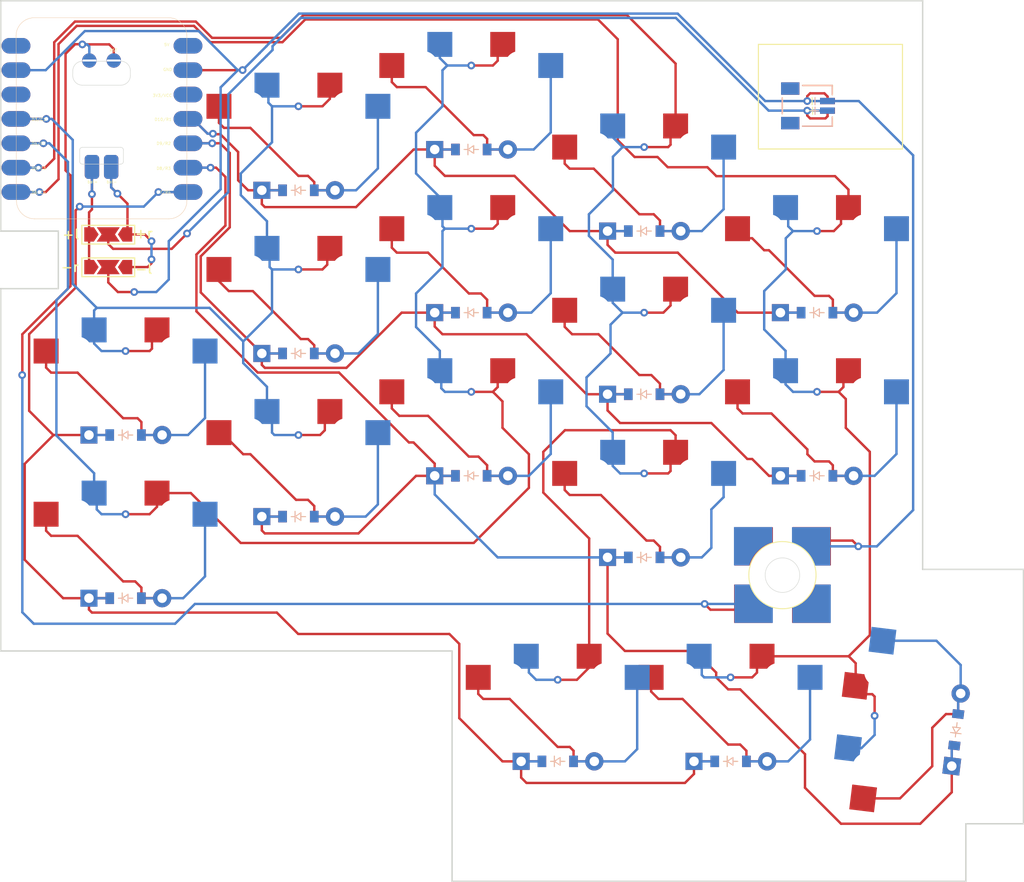
<source format=kicad_pcb>
(kicad_pcb (version 20241229) (generator "pcbnew") (generator_version "9.0")
  (title_block (title "abyss") (rev "v1.0.0") (company "zoriya"))
  (layers (0 "F.Cu" signal) (2 "B.Cu" signal) (13 "F.Paste" user) (15 "B.Paste" user) (5 "F.SilkS" user "F.Silkscreen") (7 "B.SilkS" user "B.Silkscreen") (1 "F.Mask" user) (3 "B.Mask" user) (25 "Edge.Cuts" user))
  (net 0 "")
  (net 1 "pinky_bottom")
  (net 2 "pinky_home")
  (net 3 "C1")
  (net 4 "ring_bottom")
  (net 5 "ring_home")
  (net 6 "ring_top")
  (net 7 "C2")
  (net 8 "middle_bottom")
  (net 9 "middle_home")
  (net 10 "middle_top")
  (net 11 "C3")
  (net 12 "index_bottom")
  (net 13 "index_home")
  (net 14 "index_top")
  (net 15 "C4")
  (net 16 "inner_bottom")
  (net 17 "inner_home")
  (net 18 "left_cluster")
  (net 19 "home_cluster")
  (net 20 "right_cluster")
  (net 21 "R3")
  (net 22 "R2")
  (net 23 "R1")
  (net 24 "R4")
  (net 25 "BAT_P")
  (net 26 "GND")
  (net 27 "RST")
  (net 28 "bat_left")
  (net 29 "bat_right")
  (footprint "PG1350" (layer "F.Cu") (at 100 83)
    (property "Reference" "S2" (hide yes))
    (property "Value" "" (hide yes))
  )
  (footprint "ComboDiode" (layer "F.Cu") (at 136 58.25)
    (property "Reference" "D8" (hide yes))
    (property "Value" "" (hide yes))
  )
  (footprint "ComboDiode" (layer "F.Cu") (at 154 66.75)
    (property "Reference" "D11" (hide yes))
    (property "Value" "" (hide yes))
  )
  (footprint "PG1350" (layer "F.Cu") (at 172 70.25)
    (property "Reference" "S13" (hide yes))
    (property "Value" "" (hide yes))
  )
  (footprint "PG1350" (layer "F.Cu") (at 136 53.25)
    (property "Reference" "S8" (hide yes))
    (property "Value" "" (hide yes))
  )
  (footprint "PG1350" (layer "F.Cu") (at 118 57.5)
    (property "Reference" "S5" (hide yes))
    (property "Value" "" (hide yes))
  )
  (footprint "PG1350" (layer "F.Cu") (at 136 70.25)
    (property "Reference" "S7" (hide yes))
    (property "Value" "" (hide yes))
  )
  (footprint "ComboDiode" (layer "F.Cu") (at 118 79.5)
    (property "Reference" "D4" (hide yes))
    (property "Value" "" (hide yes))
  )
  (footprint "Library:seeed-xiao-nRF54L15" (layer "F.Cu") (at 97.5 55)
    (property "Reference" "REF**")
    (property "Value" "XIAO Pin" (hide yes))
    (fp_line (start -2.999962 -4.45) (end -2.992882 -4.94292) (stroke (width 0.05)) (layer "Edge.Cuts"))
    (fp_line (start -2.274962 4.5) (end -2.274962 3.3) (stroke (width 0.05)) (layer "Edge.Cuts"))
    (fp_line (start -2 3.025039) (end 2 3.025038) (stroke (width 0.05)) (layer "Edge.Cuts"))
    (fp_line (start -2 4.774962) (end 2 4.774962) (stroke (width 0.05)) (layer "Edge.Cuts"))
    (fp_line (start -1.99292 -5.942882) (end 2 -5.949962) (stroke (width 0.05)) (layer "Edge.Cuts"))
    (fp_line (start 2 -3.450038) (end -2 -3.450038) (stroke (width 0.05)) (layer "Edge.Cuts"))
    (fp_line (start 2.274962 3.3) (end 2.274962 4.5) (stroke (width 0.05)) (layer "Edge.Cuts"))
    (fp_line (start 2.999962 -4.95) (end 2.999962 -4.45) (stroke (width 0.05)) (layer "Edge.Cuts"))
    (fp_arc (start -2.992882 -4.94292) (mid -2.7 -5.65) (end -1.99292 -5.942882) (stroke (width 0.05)) (layer "Edge.Cuts"))
    (fp_arc (start -2.274962 3.3) (mid -2.194427 3.105573) (end -2 3.025038) (stroke (width 0.05)) (layer "Edge.Cuts"))
    (fp_arc (start -2 -3.450038) (mid -2.70708 -3.74292) (end -2.999962 -4.45) (stroke (width 0.05)) (layer "Edge.Cuts"))
    (fp_arc (start -2 4.774962) (mid -2.194427 4.694427) (end -2.274962 4.5) (stroke (width 0.05)) (layer "Edge.Cuts"))
    (fp_arc (start 2 -5.949962) (mid 2.70708 -5.65708) (end 2.999962 -4.95) (stroke (width 0.05)) (layer "Edge.Cuts"))
    (fp_arc (start 2 3.025038) (mid 2.194427 3.105573) (end 2.274962 3.3) (stroke (width 0.05)) (layer "Edge.Cuts"))
    (fp_arc (start 2.274962 4.5) (mid 2.194427 4.694427) (end 2 4.774962) (stroke (width 0.05)) (layer "Edge.Cuts"))
    (fp_arc (start 2.999962 -4.45) (mid 2.70708 -3.74292) (end 2 -3.450038) (stroke (width 0.05)) (layer "Edge.Cuts"))
  )
  (footprint "PG1350" (layer "F.Cu") (at 118 74.5)
    (property "Reference" "S4" (hide yes))
    (property "Value" "" (hide yes))
  )
  (footprint "Library:ResetBtn" (layer "F.Cu") (at 168.4 102.6)
    (property "Reference" "REF**" (hide yes))
    (property "Value" "ResetBtn" (hide yes))
    (fp_circle (center 0 0) (end 0 -1.8) (stroke (width 0.05)) (fill no) (layer "Edge.Cuts"))
  )
  (footprint "PG1350" (layer "F.Cu") (at 118 91.5)
    (property "Reference" "S3" (hide yes))
    (property "Value" "" (hide yes))
  )
  (footprint "ComboDiode" (layer "F.Cu") (at 118 96.5)
    (property "Reference" "D3" (hide yes))
    (property "Value" "" (hide yes))
  )
  (footprint "Jumper:SolderJumper-3_P2.0mm_Open_TrianglePad1.0x1.5mm_NumberLabels" (layer "F.Cu") (at 98.2 67.1 180)
    (property "Reference" "REF**" (hide yes))
    (property "Value" "SolderJumper-3_P2.0mm_Open_TrianglePad1.0x1.5mm_NumberLabels" (hide yes))
  )
  (footprint "Jumper:SolderJumper-3_P2.0mm_Open_TrianglePad1.0x1.5mm_NumberLabels" (layer "F.Cu") (at 98.2 70.5 180)
    (property "Reference" "REF**" (hide yes))
    (property "Value" "SolderJumper-3_P2.0mm_Open_TrianglePad1.0x1.5mm_NumberLabels" (hide yes))
  )
  (footprint "ComboDiode" (layer "F.Cu") (at 136 92.25)
    (property "Reference" "D6" (hide yes))
    (property "Value" "" (hide yes))
  )
  (footprint "PG1350" (layer "F.Cu") (at 136 87.25)
    (property "Reference" "S6" (hide yes))
    (property "Value" "" (hide yes))
  )
  (footprint "ComboDiode" (layer "F.Cu") (at 163 122)
    (property "Reference" "D15" (hide yes))
    (property "Value" "" (hide yes))
  )
  (footprint "Library:CONN_SM02B-SRSS-TB_JST" (layer "F.Cu") (at 171.0015 53.699999 90)
    (property "Reference" "REF**" (hide yes))
    (property "Value" "CONN_SM02B-SRSS-TB_JST" (hide yes))
  )
  (footprint "PG1350" (layer "F.Cu") (at 172 87.25)
    (property "Reference" "S12" (hide yes))
    (property "Value" "" (hide yes))
  )
  (footprint "ComboDiode" (layer "F.Cu") (at 118 62.5)
    (property "Reference" "D5" (hide yes))
    (property "Value" "" (hide yes))
  )
  (footprint "PG1350" (layer "F.Cu") (at 181.533466 118.102974 83)
    (property "Reference" "S16" (hide yes))
    (property "Value" "" (hide yes))
  )
  (footprint "PG1350" (layer "F.Cu") (at 154 78.75)
    (property "Reference" "S10" (hide yes))
    (property "Value" "" (hide yes))
  )
  (footprint "PG1350" (layer "F.Cu") (at 154 61.75)
    (property "Reference" "S11" (hide yes))
    (property "Value" "" (hide yes))
  )
  (footprint "ComboDiode" (layer "F.Cu") (at 154 83.75)
    (property "Reference" "D10" (hide yes))
    (property "Value" "" (hide yes))
  )
  (footprint "ComboDiode" (layer "F.Cu") (at 154 100.75)
    (property "Reference" "D9" (hide yes))
    (property "Value" "" (hide yes))
  )
  (footprint "ComboDiode" (layer "F.Cu") (at 145 122)
    (property "Reference" "D14" (hide yes))
    (property "Value" "" (hide yes))
  )
  (footprint "PG1350" (layer "F.Cu") (at 154 95.75)
    (property "Reference" "S9" (hide yes))
    (property "Value" "" (hide yes))
  )
  (footprint "ComboDiode" (layer "F.Cu") (at 100 105)
    (property "Reference" "D1" (hide yes))
    (property "Value" "" (hide yes))
  )
  (footprint "PG1350" (layer "F.Cu") (at 163 117)
    (property "Reference" "S15" (hide yes))
    (property "Value" "" (hide yes))
  )
  (footprint "ComboDiode" (layer "F.Cu") (at 100 88)
    (property "Reference" "D2" (hide yes))
    (property "Value" "" (hide yes))
  )
  (footprint "ComboDiode" (layer "F.Cu") (at 172 75.25)
    (property "Reference" "D13" (hide yes))
    (property "Value" "" (hide yes))
  )
  (footprint "PG1350" (layer "F.Cu") (at 100 100)
    (property "Reference" "S1" (hide yes))
    (property "Value" "" (hide yes))
  )
  (footprint "ComboDiode" (layer "F.Cu") (at 136 75.25)
    (property "Reference" "D7" (hide yes))
    (property "Value" "" (hide yes))
  )
  (footprint "PG1350" (layer "F.Cu") (at 145 117)
    (property "Reference" "S14" (hide yes))
    (property "Value" "" (hide yes))
  )
  (footprint "ComboDiode" (layer "F.Cu") (at 172 92.25)
    (property "Reference" "D12" (hide yes))
    (property "Value" "" (hide yes))
  )
  (footprint "ComboDiode" (layer "F.Cu") (at 186.496197 118.712321 83)
    (property "Reference" "D16" (hide yes))
    (property "Value" "" (hide yes))
  )
  (gr_rect (start 165.9 47.3) (end 180.9 58.2) (stroke (width 0.12)) (fill no) (layer "F.SilkS"))
  (gr_line (start 93 66.75) (end 87 66.75) (stroke (width 0.15)) (layer "Edge.Cuts"))
  (gr_line (start 193.5 102) (end 193.5 128.5) (stroke (width 0.15)) (layer "Edge.Cuts"))
  (gr_line (start 87 110.5) (end 87 72.75) (stroke (width 0.15)) (layer "Edge.Cuts"))
  (gr_line (start 134 134.5) (end 134 110.5) (stroke (width 0.15)) (layer "Edge.Cuts"))
  (gr_line (start 187.5 134.5) (end 134 134.5) (stroke (width 0.15)) (layer "Edge.Cuts"))
  (gr_line (start 87 72.75) (end 93 72.75) (stroke (width 0.15)) (layer "Edge.Cuts"))
  (gr_line (start 93 72.75) (end 93 66.75) (stroke (width 0.15)) (layer "Edge.Cuts"))
  (gr_line (start 87 42.75) (end 183 42.75) (stroke (width 0.15)) (layer "Edge.Cuts"))
  (gr_line (start 187.5 134.5) (end 187.5 128.5) (stroke (width 0.15)) (layer "Edge.Cuts"))
  (gr_line (start 183 42.75) (end 183 102) (stroke (width 0.15)) (layer "Edge.Cuts"))
  (gr_line (start 134 110.5) (end 87 110.5) (stroke (width 0.15)) (layer "Edge.Cuts"))
  (gr_line (start 193.5 128.5) (end 187.5 128.5) (stroke (width 0.15)) (layer "Edge.Cuts"))
  (gr_line (start 87 42.75) (end 87 66.75) (stroke (width 0.15)) (layer "Edge.Cuts"))
  (gr_line (start 183 102) (end 193.5 102) (stroke (width 0.15)) (layer "Edge.Cuts"))
  (gr_text "RST" (at 98.3 48.1 0) (layer "F.SilkS") (effects (font (size 0.3 0.3) (thickness 0.0375)) (justify left bottom)))
  (segment (start 95 98.5) (end 99.75 103.25) (width 0.25) (layer "F.Cu") (net 1))
  (segment (start 91.725 97.975) (end 92.25 98.5) (width 0.25) (layer "F.Cu") (net 1))
  (segment (start 101.65 103.9) (end 101.65 105) (width 0.25) (layer "F.Cu") (net 1))
  (segment (start 91.725 96.25) (end 91.725 97.975) (width 0.25) (layer "F.Cu") (net 1))
  (segment (start 101 103.25) (end 101.65 103.9) (width 0.25) (layer "F.Cu") (net 1))
  (segment (start 92.25 98.5) (end 95 98.5) (width 0.25) (layer "F.Cu") (net 1))
  (segment (start 99.75 103.25) (end 101 103.25) (width 0.25) (layer "F.Cu") (net 1))
  (segment (start 103.81 105) (end 101.65 105) (width 0.25) (layer "F.Cu") (net 1))
  (segment (start 108.275 102.725) (end 106 105) (width 0.25) (layer "B.Cu") (net 1))
  (segment (start 106 105) (end 103.81 105) (width 0.25) (layer "B.Cu") (net 1))
  (segment (start 103.81 105) (end 101.65 105) (width 0.25) (layer "B.Cu") (net 1))
  (segment (start 108.275 96.25) (end 108.275 102.725) (width 0.25) (layer "B.Cu") (net 1))
  (segment (start 95 81.5) (end 99.75 86.25) (width 0.25) (layer "F.Cu") (net 2))
  (segment (start 99.75 86.25) (end 101.25 86.25) (width 0.25) (layer "F.Cu") (net 2))
  (segment (start 101.25 86.25) (end 101.65 86.65) (width 0.25) (layer "F.Cu") (net 2))
  (segment (start 91.725 80.975) (end 92.25 81.5) (width 0.25) (layer "F.Cu") (net 2))
  (segment (start 103.81 88) (end 101.65 88) (width 0.25) (layer "F.Cu") (net 2))
  (segment (start 91.725 79.25) (end 91.725 80.975) (width 0.25) (layer "F.Cu") (net 2))
  (segment (start 92.25 81.5) (end 95 81.5) (width 0.25) (layer "F.Cu") (net 2))
  (segment (start 101.65 86.65) (end 101.65 88) (width 0.25) (layer "F.Cu") (net 2))
  (segment (start 103.81 88) (end 101.65 88) (width 0.25) (layer "B.Cu") (net 2))
  (segment (start 106.5 88) (end 108.275 86.225) (width 0.25) (layer "B.Cu") (net 2))
  (segment (start 103.81 88) (end 106.5 88) (width 0.25) (layer "B.Cu") (net 2))
  (segment (start 108.275 86.225) (end 108.275 79.25) (width 0.25) (layer "B.Cu") (net 2))
  (segment (start 121 68.825) (end 121 70.25) (width 0.25) (layer "F.Cu") (net 3))
  (segment (start 103.275 77.475) (end 102.75 78) (width 0.25) (layer "F.Cu") (net 3))
  (segment (start 102.75 79) (end 102.5 79.25) (width 0.25) (layer "F.Cu") (net 3))
  (segment (start 121.275 68.55) (end 121 68.825) (width 0.25) (layer "F.Cu") (net 3))
  (segment (start 120.75 87.5) (end 120.25 88) (width 0.25) (layer "F.Cu") (net 3))
  (segment (start 121 70.25) (end 120.5 70.75) (width 0.25) (layer "F.Cu") (net 3))
  (segment (start 91.75 55.063962) (end 88.592038 55.063962) (width 0.25) (layer "F.Cu") (net 3))
  (segment (start 121.275 51.55) (end 121.275 52.975) (width 0.25) (layer "F.Cu") (net 3))
  (segment (start 121.275 52.975) (end 120.5 53.75) (width 0.25) (layer "F.Cu") (net 3))
  (segment (start 120.75 86.075) (end 120.75 87.5) (width 0.25) (layer "F.Cu") (net 3))
  (segment (start 102.5 79.25) (end 100 79.25) (width 0.25) (layer "F.Cu") (net 3))
  (segment (start 121.275 85.55) (end 120.75 86.075) (width 0.25) (layer "F.Cu") (net 3))
  (segment (start 102.75 78) (end 102.75 79) (width 0.25) (layer "F.Cu") (net 3))
  (segment (start 120.5 70.75) (end 118 70.75) (width 0.25) (layer "F.Cu") (net 3))
  (segment (start 120.5 53.75) (end 118 53.75) (width 0.25) (layer "F.Cu") (net 3))
  (segment (start 103.275 77.05) (end 103.275 77.475) (width 0.25) (layer "F.Cu") (net 3))
  (segment (start 120.25 88) (end 118 88) (width 0.25) (layer "F.Cu") (net 3))
  (via (at 91.75 55.063962) (size 0.8) (drill 0.4) (layers "F.Cu" "B.Cu") (net 3))
  (via (at 118 53.75) (size 0.8) (drill 0.4) (layers "F.Cu" "B.Cu") (net 3))
  (via (at 118 70.75) (size 0.8) (drill 0.4) (layers "F.Cu" "B.Cu") (net 3))
  (via (at 118 88) (size 0.8) (drill 0.4) (layers "F.Cu" "B.Cu") (net 3))
  (via (at 100 79.25) (size 0.8) (drill 0.4) (layers "F.Cu" "B.Cu") (net 3))
  (segment (start 115.25 57.5) (end 112 60.75) (width 0.25) (layer "B.Cu") (net 3))
  (segment (start 115.5 88) (end 115.25 87.75) (width 0.25) (layer "B.Cu") (net 3))
  (segment (start 115.25 70.75) (end 115.25 75.25) (width 0.25) (layer "B.Cu") (net 3))
  (segment (start 94.5 57.25) (end 92.313962 55.063962) (width 0.25) (layer "B.Cu") (net 3))
  (segment (start 94.5 72.25) (end 94.5 57.25) (width 0.25) (layer "B.Cu") (net 3))
  (segment (start 91.75 55.063962) (end 88.592038 55.063962) (width 0.25) (layer "B.Cu") (net 3))
  (segment (start 114.725 65.725) (end 114.725 68.55) (width 0.25) (layer "B.Cu") (net 3))
  (segment (start 114.876 51.701) (end 114.725 51.55) (width 0.25) (layer "B.Cu") (net 3))
  (segment (start 115.25 75.25) (end 112.25 78.25) (width 0.25) (layer "B.Cu") (net 3))
  (segment (start 92.313962 55.063962) (end 91.75 55.063962) (width 0.25) (layer "B.Cu") (net 3))
  (segment (start 108.75 74.75) (end 97 74.75) (width 0.25) (layer "B.Cu") (net 3))
  (segment (start 118 88) (end 115.5 88) (width 0.25) (layer "B.Cu") (net 3))
  (segment (start 115 70.5) (end 115 68.825) (width 0.25) (layer "B.Cu") (net 3))
  (segment (start 112 63) (end 114.725 65.725) (width 0.25) (layer "B.Cu") (net 3))
  (segment (start 118 70.75) (end 115.25 70.75) (width 0.25) (layer "B.Cu") (net 3))
  (segment (start 112.25 78.25) (end 112.25 80.5) (width 0.25) (layer "B.Cu") (net 3))
  (segment (start 115 68.825) (end 114.725 68.55) (width 0.25) (layer "B.Cu") (net 3))
  (segment (start 115.25 86.075) (end 114.725 85.55) (width 0.25) (layer "B.Cu") (net 3))
  (segment (start 115.25 53.75) (end 114.876 53.376) (width 0.25) (layer "B.Cu") (net 3))
  (segment (start 97 74.75) (end 94.5 72.25) (width 0.25) (layer "B.Cu") (net 3))
  (segment (start 100 79.25) (end 97.5 79.25) (width 0.25) (layer "B.Cu") (net 3))
  (segment (start 118 53.75) (end 115.25 53.75) (width 0.25) (layer "B.Cu") (net 3))
  (segment (start 114.876 53.376) (end 114.876 51.701) (width 0.25) (layer "B.Cu") (net 3))
  (segment (start 115.25 53.75) (end 115.25 57.5) (width 0.25) (layer "B.Cu") (net 3))
  (segment (start 114.725 82.975) (end 114.725 85.55) (width 0.25) (layer "B.Cu") (net 3))
  (segment (start 115.25 70.75) (end 115 70.5) (width 0.25) (layer "B.Cu") (net 3))
  (segment (start 112.25 80.5) (end 114.725 82.975) (width 0.25) (layer "B.Cu") (net 3))
  (segment (start 97 74.75) (end 96.725 75.025) (width 0.25) (layer "B.Cu") (net 3))
  (segment (start 112.25 78.25) (end 108.75 74.75) (width 0.25) (layer "B.Cu") (net 3))
  (segment (start 115.25 87.75) (end 115.25 86.075) (width 0.25) (layer "B.Cu") (net 3))
  (segment (start 112 60.75) (end 112 63) (width 0.25) (layer "B.Cu") (net 3))
  (segment (start 96.725 78.475) (end 96.725 77.05) (width 0.25) (layer "B.Cu") (net 3))
  (segment (start 96.725 75.025) (end 96.725 77.05) (width 0.25) (layer "B.Cu") (net 3))
  (segment (start 97.5 79.25) (end 96.725 78.475) (width 0.25) (layer "B.Cu") (net 3))
  (segment (start 109.725 87.75) (end 110 87.75) (width 0.25) (layer "F.Cu") (net 4))
  (segment (start 119.65 95.4) (end 119.65 96.5) (width 0.25) (layer "F.Cu") (net 4))
  (segment (start 117.75 94.75) (end 119 94.75) (width 0.25) (layer "F.Cu") (net 4))
  (segment (start 112.25 90) (end 113 90) (width 0.25) (layer "F.Cu") (net 4))
  (segment (start 113 90) (end 117.75 94.75) (width 0.25) (layer "F.Cu") (net 4))
  (segment (start 110 87.75) (end 112.25 90) (width 0.25) (layer "F.Cu") (net 4))
  (segment (start 119 94.75) (end 119.65 95.4) (width 0.25) (layer "F.Cu") (net 4))
  (segment (start 121.81 96.5) (end 119.65 96.5) (width 0.25) (layer "F.Cu") (net 4))
  (segment (start 126.275 95.225) (end 126.275 87.75) (width 0.25) (layer "B.Cu") (net 4))
  (segment (start 121.81 96.5) (end 125 96.5) (width 0.25) (layer "B.Cu") (net 4))
  (segment (start 121.81 96.5) (end 119.65 96.5) (width 0.25) (layer "B.Cu") (net 4))
  (segment (start 125 96.5) (end 126.275 95.225) (width 0.25) (layer "B.Cu") (net 4))
  (segment (start 119.65 78.65) (end 119.65 79.5) (width 0.25) (layer "F.Cu") (net 5))
  (segment (start 109.725 70.75) (end 109.725 71.975) (width 0.25) (layer "F.Cu") (net 5))
  (segment (start 110.75 73) (end 113.25 73) (width 0.25) (layer "F.Cu") (net 5))
  (segment (start 113.25 73) (end 118.25 78) (width 0.25) (layer "F.Cu") (net 5))
  (segment (start 109.725 71.975) (end 110.75 73) (width 0.25) (layer "F.Cu") (net 5))
  (segment (start 118.25 78) (end 119 78) (width 0.25) (layer "F.Cu") (net 5))
  (segment (start 119 78) (end 119.65 78.65) (width 0.25) (layer "F.Cu") (net 5))
  (segment (start 121.81 79.5) (end 119.65 79.5) (width 0.25) (layer "F.Cu") (net 5))
  (segment (start 124.25 79.5) (end 126.275 77.475) (width 0.25) (layer "B.Cu") (net 5))
  (segment (start 121.81 79.5) (end 124.25 79.5) (width 0.25) (layer "B.Cu") (net 5))
  (segment (start 121.81 79.5) (end 119.65 79.5) (width 0.25) (layer "B.Cu") (net 5))
  (segment (start 126.275 77.475) (end 126.275 70.75) (width 0.25) (layer "B.Cu") (net 5))
  (segment (start 109.725 55.475) (end 110.25 56) (width 0.25) (layer "F.Cu") (net 6))
  (segment (start 110.25 56) (end 113 56) (width 0.25) (layer "F.Cu") (net 6))
  (segment (start 109.725 53.75) (end 109.725 55.475) (width 0.25) (layer "F.Cu") (net 6))
  (segment (start 121.81 62.5) (end 119.65 62.5) (width 0.25) (layer "F.Cu") (net 6))
  (segment (start 119.65 61.65) (end 119.65 62.5) (width 0.25) (layer "F.Cu") (net 6))
  (segment (start 118 61) (end 119 61) (width 0.25) (layer "F.Cu") (net 6))
  (segment (start 119 61) (end 119.65 61.65) (width 0.25) (layer "F.Cu") (net 6))
  (segment (start 113 56) (end 118 61) (width 0.25) (layer "F.Cu") (net 6))
  (segment (start 124 62.5) (end 121.81 62.5) (width 0.25) (layer "B.Cu") (net 6))
  (segment (start 121.81 62.5) (end 119.65 62.5) (width 0.25) (layer "B.Cu") (net 6))
  (segment (start 126.275 60.225) (end 124 62.5) (width 0.25) (layer "B.Cu") (net 6))
  (segment (start 126.275 53.75) (end 126.275 60.225) (width 0.25) (layer "B.Cu") (net 6))
  (segment (start 139.275 81.475) (end 138.75 82) (width 0.25) (layer "F.Cu") (net 7))
  (segment (start 112 99.25) (end 136.25 99.25) (width 0.25) (layer "F.Cu") (net 7))
  (segment (start 138.75 82) (end 138.75 83) (width 0.25) (layer "F.Cu") (net 7))
  (segment (start 102.5 96.25) (end 103.275 95.475) (width 0.25) (layer "F.Cu") (net 7))
  (segment (start 139.275 47.3) (end 139.275 47.975) (width 0.25) (layer "F.Cu") (net 7))
  (segment (start 139.25 84.5) (end 138.25 83.5) (width 0.25) (layer "F.Cu") (net 7))
  (segment (start 138.75 83) (end 138.5 83.25) (width 0.25) (layer "F.Cu") (net 7))
  (segment (start 139.275 64.475) (end 138.75 65) (width 0.25) (layer "F.Cu") (net 7))
  (segment (start 139 48.25) (end 138.75 48.5) (width 0.25) (layer "F.Cu") (net 7))
  (segment (start 103.275 94.05) (end 106.8 94.05) (width 0.25) (layer "F.Cu") (net 7))
  (segment (start 138.25 66.5) (end 136 66.5) (width 0.25) (layer "F.Cu") (net 7))
  (segment (start 138.75 65) (end 138.75 66) (width 0.25) (layer "F.Cu") (net 7))
  (segment (start 138.75 66) (end 138.25 66.5) (width 0.25) (layer "F.Cu") (net 7))
  (segment (start 138.25 49.5) (end 136 49.5) (width 0.25) (layer "F.Cu") (net 7))
  (segment (start 139.25 87.25) (end 139.25 84.5) (width 0.25) (layer "F.Cu") (net 7))
  (segment (start 100 96.25) (end 102.5 96.25) (width 0.25) (layer "F.Cu") (net 7))
  (segment (start 142 90) (end 139.25 87.25) (width 0.25) (layer "F.Cu") (net 7))
  (segment (start 88.592038 57.603962) (end 91.45 57.603962) (width 0.25) (layer "F.Cu") (net 7))
  (segment (start 138.25 83.5) (end 136 83.5) (width 0.25) (layer "F.Cu") (net 7))
  (segment (start 138.5 83.25) (end 138.25 83.5) (width 0.25) (layer "F.Cu") (net 7))
  (segment (start 138.75 48.5) (end 138.75 49) (width 0.25) (layer "F.Cu") (net 7))
  (segment (start 139.275 64.3) (end 139.275 64.475) (width 0.25) (layer "F.Cu") (net 7))
  (segment (start 106.8 94.05) (end 112 99.25) (width 0.25) (layer "F.Cu") (net 7))
  (segment (start 138.75 49) (end 138.25 49.5) (width 0.25) (layer "F.Cu") (net 7))
  (segment (start 142 93.5) (end 142 90) (width 0.25) (layer "F.Cu") (net 7))
  (segment (start 139.275 81.3) (end 139.275 81.475) (width 0.25) (layer "F.Cu") (net 7))
  (segment (start 136.25 99.25) (end 142 93.5) (width 0.25) (layer "F.Cu") (net 7))
  (segment (start 103.275 95.475) (end 103.275 94.05) (width 0.25) (layer "F.Cu") (net 7))
  (segment (start 139.275 47.975) (end 139 48.25) (width 0.25) (layer "F.Cu") (net 7))
  (via (at 136 83.5) (size 0.8) (drill 0.4) (layers "F.Cu" "B.Cu") (net 7))
  (via (at 91.45 57.603962) (size 0.8) (drill 0.4) (layers "F.Cu" "B.Cu") (net 7))
  (via (at 100 96.25) (size 0.8) (drill 0.4) (layers "F.Cu" "B.Cu") (net 7))
  (via (at 136 49.5) (size 0.8) (drill 0.4) (layers "F.Cu" "B.Cu") (net 7))
  (via (at 136 66.5) (size 0.8) (drill 0.4) (layers "F.Cu" "B.Cu") (net 7))
  (segment (start 97.5 96.25) (end 100 96.25) (width 0.25) (layer "B.Cu") (net 7))
  (segment (start 94 72.75) (end 94 59.54) (width 0.25) (layer "B.Cu") (net 7))
  (segment (start 96.725 94.05) (end 97 94.325) (width 0.25) (layer "B.Cu") (net 7))
  (segment (start 96.725 91.985) (end 92.799 88.059) (width 0.25) (layer "B.Cu") (net 7))
  (segment (start 133 53.75) (end 130.25 56.5) (width 0.25) (layer "B.Cu") (net 7))
  (segment (start 92.063962 57.603962) (end 91.45 57.603962) (width 0.25) (layer "B.Cu") (net 7))
  (segment (start 132.725 79.225) (end 130.25 76.75) (width 0.25) (layer "B.Cu") (net 7))
  (segment (start 133.25 83.5) (end 132.876 83.126) (width 0.25) (layer "B.Cu") (net 7))
  (segment (start 133 66.25) (end 133 64.575) (width 0.25) (layer "B.Cu") (net 7))
  (segment (start 133.25 66.5) (end 133 66.75) (width 0.25) (layer "B.Cu") (net 7))
  (segment (start 92.799 88.059) (end 92.799 73.951) (width 0.25) (layer "B.Cu") (net 7))
  (segment (start 136 83.5) (end 133.25 83.5) (width 0.25) (layer "B.Cu") (net 7))
  (segment (start 132.876 81.451) (end 132.725 81.3) (width 0.25) (layer "B.Cu") (net 7))
  (segment (start 136 49.5) (end 133.5 49.5) (width 0.25) (layer "B.Cu") (net 7))
  (segment (start 94 59.54) (end 92.063962 57.603962) (width 0.25) (layer "B.Cu") (net 7))
  (segment (start 133 70.5) (end 130.25 73.25) (width 0.25) (layer "B.Cu") (net 7))
  (segment (start 130.25 76.75) (end 130.25 73.25) (width 0.25) (layer "B.Cu") (net 7))
  (segment (start 133 66.75) (end 133 70.5) (width 0.25) (layer "B.Cu") (net 7))
  (segment (start 130.25 56.5) (end 130.25 60.75) (width 0.25) (layer "B.Cu") (net 7))
  (segment (start 133.25 66.5) (end 133 66.25) (width 0.25) (layer "B.Cu") (net 7))
  (segment (start 133 64.575) (end 132.725 64.3) (width 0.25) (layer "B.Cu") (net 7))
  (segment (start 92.799 73.951) (end 94 72.75) (width 0.25) (layer "B.Cu") (net 7))
  (segment (start 91.45 57.603962) (end 88.592038 57.603962) (width 0.25) (layer "B.Cu") (net 7))
  (segment (start 130.25 60.75) (end 132.725 63.225) (width 0.25) (layer "B.Cu") (net 7))
  (segment (start 132.725 63.225) (end 132.725 64.3) (width 0.25) (layer "B.Cu") (net 7))
  (segment (start 132.725 81.3) (end 132.725 79.225) (width 0.25) (layer "B.Cu") (net 7))
  (segment (start 97 95.75) (end 97.5 96.25) (width 0.25) (layer "B.Cu") (net 7))
  (segment (start 96.725 94.05) (end 96.725 91.985) (width 0.25) (layer "B.Cu") (net 7))
  (segment (start 97 94.325) (end 97 95.75) (width 0.25) (layer "B.Cu") (net 7))
  (segment (start 132.725 48.725) (end 132.725 47.3) (width 0.25) (layer "B.Cu") (net 7))
  (segment (start 133.5 49.5) (end 132.725 48.725) (width 0.25) (layer "B.Cu") (net 7))
  (segment (start 133.5 49.5) (end 133 50) (width 0.25) (layer "B.Cu") (net 7))
  (segment (start 132.876 83.126) (end 132.876 81.451) (width 0.25) (layer "B.Cu") (net 7))
  (segment (start 136 66.5) (end 133.25 66.5) (width 0.25) (layer "B.Cu") (net 7))
  (segment (start 133 50) (end 133 53.75) (width 0.25) (layer "B.Cu") (net 7))
  (segment (start 135.75 90.25) (end 136.75 90.25) (width 0.25) (layer "F.Cu") (net 8))
  (segment (start 127.725 85.225) (end 128.5 86) (width 0.25) (layer "F.Cu") (net 8))
  (segment (start 127.725 83.5) (end 127.725 85.225) (width 0.25) (layer "F.Cu") (net 8))
  (segment (start 136.75 90.25) (end 137.65 91.15) (width 0.25) (layer "F.Cu") (net 8))
  (segment (start 139.81 92.25) (end 137.65 92.25) (width 0.25) (layer "F.Cu") (net 8))
  (segment (start 128.5 86) (end 131.5 86) (width 0.25) (layer "F.Cu") (net 8))
  (segment (start 137.65 91.15) (end 137.65 92.25) (width 0.25) (layer "F.Cu") (net 8))
  (segment (start 131.5 86) (end 135.75 90.25) (width 0.25) (layer "F.Cu") (net 8))
  (segment (start 137.65 92.25) (end 139.81 92.25) (width 0.25) (layer "B.Cu") (net 8))
  (segment (start 144.275 89.975) (end 142 92.25) (width 0.25) (layer "B.Cu") (net 8))
  (segment (start 144.275 83.5) (end 144.275 89.975) (width 0.25) (layer "B.Cu") (net 8))
  (segment (start 142 92.25) (end 139.81 92.25) (width 0.25) (layer "B.Cu") (net 8))
  (segment (start 128.25 69) (end 131.5 69) (width 0.25) (layer "F.Cu") (net 9))
  (segment (start 135.75 73.25) (end 137 73.25) (width 0.25) (layer "F.Cu") (net 9))
  (segment (start 127.725 68.475) (end 128.25 69) (width 0.25) (layer "F.Cu") (net 9))
  (segment (start 137 73.25) (end 137.65 73.9) (width 0.25) (layer "F.Cu") (net 9))
  (segment (start 137.65 73.9) (end 137.65 75.25) (width 0.25) (layer "F.Cu") (net 9))
  (segment (start 137.65 75.25) (end 139.81 75.25) (width 0.25) (layer "F.Cu") (net 9))
  (segment (start 127.725 66.5) (end 127.725 68.475) (width 0.25) (layer "F.Cu") (net 9))
  (segment (start 131.5 69) (end 135.75 73.25) (width 0.25) (layer "F.Cu") (net 9))
  (segment (start 142.25 75.25) (end 139.81 75.25) (width 0.25) (layer "B.Cu") (net 9))
  (segment (start 139.81 75.25) (end 137.65 75.25) (width 0.25) (layer "B.Cu") (net 9))
  (segment (start 144.275 66.5) (end 144.275 73.225) (width 0.25) (layer "B.Cu") (net 9))
  (segment (start 144.275 73.225) (end 142.25 75.25) (width 0.25) (layer "B.Cu") (net 9))
  (segment (start 128.25 51.75) (end 131.25 51.75) (width 0.25) (layer "F.Cu") (net 10))
  (segment (start 137.65 57.15) (end 137.65 58.25) (width 0.25) (layer "F.Cu") (net 10))
  (segment (start 127.725 49.5) (end 127.725 51.225) (width 0.25) (layer "F.Cu") (net 10))
  (segment (start 137.25 56.75) (end 137.65 57.15) (width 0.25) (layer "F.Cu") (net 10))
  (segment (start 136.25 56.75) (end 137.25 56.75) (width 0.25) (layer "F.Cu") (net 10))
  (segment (start 131.25 51.75) (end 136.25 56.75) (width 0.25) (layer "F.Cu") (net 10))
  (segment (start 139.81 58.25) (end 137.65 58.25) (width 0.25) (layer "F.Cu") (net 10))
  (segment (start 127.725 51.225) (end 128.25 51.75) (width 0.25) (layer "F.Cu") (net 10))
  (segment (start 139.81 58.25) (end 142.5 58.25) (width 0.25) (layer "B.Cu") (net 10))
  (segment (start 144.275 56.475) (end 144.275 49.5) (width 0.25) (layer "B.Cu") (net 10))
  (segment (start 142.5 58.25) (end 144.275 56.475) (width 0.25) (layer "B.Cu") (net 10))
  (segment (start 137.65 58.25) (end 139.81 58.25) (width 0.25) (layer "B.Cu") (net 10))
  (segment (start 156.75 74.5) (end 156 75.25) (width 0.25) (layer "F.Cu") (net 11))
  (segment (start 116.15 46.62) (end 118.52 44.25) (width 0.25) (layer "F.Cu") (net 11))
  (segment (start 143.5 89.75) (end 145.75 87.5) (width 0.25) (layer "F.Cu") (net 11))
  (segment (start 156.5 92) (end 154 92) (width 0.25) (layer "F.Cu") (net 11))
  (segment (start 152.22 44.25) (end 157.275 49.305) (width 0.25) (layer "F.Cu") (net 11))
  (segment (start 157.275 73.225) (end 156.75 73.75) (width 0.25) (layer "F.Cu") (net 11))
  (segment (start 148.275 111.05) (end 148.275 98.775) (width 0.25) (layer "F.Cu") (net 11))
  (segment (start 156.75 91.75) (end 156.5 92) (width 0.25) (layer "F.Cu") (net 11))
  (segment (start 92.57 59.2) (end 92.57 47.08) (width 0.25) (layer "F.Cu") (net 11))
  (segment (start 92.57 47.08) (end 94.73 44.92) (width 0.25) (layer "F.Cu") (net 11))
  (segment (start 157.275 55.8) (end 157.275 56.225) (width 0.25) (layer "F.Cu") (net 11))
  (segment (start 156.75 73.75) (end 156.75 74.5) (width 0.25) (layer "F.Cu") (net 11))
  (segment (start 109.01 46.62) (end 116.15 46.62) (width 0.25) (layer "F.Cu") (net 11))
  (segment (start 157.275 56.225) (end 156.75 56.75) (width 0.25) (layer "F.Cu") (net 11))
  (segment (start 157.275 89.8) (end 156.75 90.325) (width 0.25) (layer "F.Cu") (net 11))
  (segment (start 107.31 44.92) (end 109.01 46.62) (width 0.25) (layer "F.Cu") (net 11))
  (segment (start 156.75 57.75) (end 156.5 58) (width 0.25) (layer "F.Cu") (net 11))
  (segment (start 156.5 58) (end 154 58) (width 0.25) (layer "F.Cu") (net 11))
  (segment (start 90.93 60.143962) (end 88.592038 60.143962) (width 0.25) (layer "F.Cu") (net 11))
  (segment (start 156.75 56.75) (end 156.75 57.75) (width 0.25) (layer "F.Cu") (net 11))
  (segment (start 156.75 90.75) (end 156.75 91.75) (width 0.25) (layer "F.Cu") (net 11))
  (segment (start 156.75 87.5) (end 157.275 88.025) (width 0.25) (layer "F.Cu") (net 11))
  (segment (start 143.5 94) (end 143.5 89.75) (width 0.25) (layer "F.Cu") (net 11))
  (segment (start 145 113.5) (end 147 113.5) (width 0.25) (layer "F.Cu") (net 11))
  (segment (start 148.275 98.775) (end 143.5 94) (width 0.25) (layer "F.Cu") (net 11))
  (segment (start 157.275 49.305) (end 157.275 55.8) (width 0.25) (layer "F.Cu") (net 11))
  (segment (start 156 75.25) (end 154 75.25) (width 0.25) (layer "F.Cu") (net 11))
  (segment (start 90.93 60.143962) (end 91.626038 60.143962) (width 0.25) (layer "F.Cu") (net 11))
  (segment (start 94.73 44.92) (end 107.31 44.92) (width 0.25) (layer "F.Cu") (net 11))
  (segment (start 157.275 88.025) (end 157.275 89.8) (width 0.25) (layer "F.Cu") (net 11))
  (segment (start 118.52 44.25) (end 152.22 44.25) (width 0.25) (layer "F.Cu") (net 11))
  (segment (start 157.275 72.8) (end 157.275 73.225) (width 0.25) (layer "F.Cu") (net 11))
  (segment (start 147 113.5) (end 148.275 112.225) (width 0.25) (layer "F.Cu") (net 11))
  (segment (start 156.75 90.325) (end 156.75 90.75) (width 0.25) (layer "F.Cu") (net 11))
  (segment (start 145.75 87.5) (end 156.75 87.5) (width 0.25) (layer "F.Cu") (net 11))
  (segment (start 148.275 112.225) (end 148.275 111.05) (width 0.25) (layer "F.Cu") (net 11))
  (segment (start 91.626038 60.143962) (end 92.57 59.2) (width 0.25) (layer "F.Cu") (net 11))
  (via (at 154 58) (size 0.8) (drill 0.4) (layers "F.Cu" "B.Cu") (net 11))
  (via (at 154 75.25) (size 0.8) (drill 0.4) (layers "F.Cu" "B.Cu") (net 11))
  (via (at 145 113.5) (size 0.8) (drill 0.4) (layers "F.Cu" "B.Cu") (net 11))
  (via (at 90.93 60.143962) (size 0.8) (drill 0.4) (layers "F.Cu" "B.Cu") (net 11))
  (via (at 154 92) (size 0.8) (drill 0.4) (layers "F.Cu" "B.Cu") (net 11))
  (segment (start 148 82) (end 148 85) (width 0.25) (layer "B.Cu") (net 11))
  (segment (start 150.75 62.5) (end 150.75 59) (width 0.25) (layer "B.Cu") (net 11))
  (segment (start 150.5 76.5) (end 150.5 79.5) (width 0.25) (layer "B.Cu") (net 11))
  (segment (start 150.725 56.975) (end 150.725 55.8) (width 0.25) (layer "B.Cu") (net 11))
  (segment (start 150.725 69.725) (end 148.25 67.25) (width 0.25) (layer "B.Cu") (net 11))
  (segment (start 150.75 59) (end 151.75 58) (width 0.25) (layer "B.Cu") (net 11))
  (segment (start 141.725 111.05) (end 141.8 111.05) (width 0.25) (layer "B.Cu") (net 11))
  (segment (start 154 58) (end 151.75 58) (width 0.25) (layer "B.Cu") (net 11))
  (segment (start 150.725 91.225) (end 150.725 89.8) (width 0.25) (layer "B.Cu") (net 11))
  (segment (start 154 92) (end 151.5 92) (width 0.25) (layer "B.Cu") (net 11))
  (segment (start 150.725 72.8) (end 150.725 69.725) (width 0.25) (layer "B.Cu") (net 11))
  (segment (start 142.25 113) (end 142.75 113.5) (width 0.25) (layer "B.Cu") (net 11))
  (segment (start 154 75.25) (end 151.75 75.25) (width 0.25) (layer "B.Cu") (net 11))
  (segment (start 88.592038 60.143962) (end 90.93 60.143962) (width 0.25) (layer "B.Cu") (net 11))
  (segment (start 151.5 92) (end 150.725 91.225) (width 0.25) (layer "B.Cu") (net 11))
  (segment (start 151.75 75.25) (end 150.725 74.225) (width 0.25) (layer "B.Cu") (net 11))
  (segment (start 150.5 79.5) (end 148 82) (width 0.25) (layer "B.Cu") (net 11))
  (segment (start 148.25 67.25) (end 148.25 65) (width 0.25) (layer "B.Cu") (net 11))
  (segment (start 141.8 111.05) (end 142 111.25) (width 0.25) (layer "B.Cu") (net 11))
  (segment (start 142.75 113.5) (end 145 113.5) (width 0.25) (layer "B.Cu") (net 11))
  (segment (start 151.75 58) (end 150.725 56.975) (width 0.25) (layer "B.Cu") (net 11))
  (segment (start 151.75 75.25) (end 150.5 76.5) (width 0.25) (layer "B.Cu") (net 11))
  (segment (start 148.25 65) (end 150.75 62.5) (width 0.25) (layer "B.Cu") (net 11))
  (segment (start 150.725 74.225) (end 150.725 72.8) (width 0.25) (layer "B.Cu") (net 11))
  (segment (start 148 85) (end 150.725 87.725) (width 0.25) (layer "B.Cu") (net 11))
  (segment (start 150.725 87.725) (end 150.725 89.8) (width 0.25) (layer "B.Cu") (net 11))
  (segment (start 142 111.25) (end 142 112.75) (width 0.25) (layer "B.Cu") (net 11))
  (segment (start 142 112.75) (end 142.25 113) (width 0.25) (layer "B.Cu") (net 11))
  (segment (start 155.65 99.65) (end 155.65 100.75) (width 0.25) (layer "F.Cu") (net 12))
  (segment (start 154.25 99) (end 155 99) (width 0.25) (layer "F.Cu") (net 12))
  (segment (start 146.25 94.25) (end 149.5 94.25) (width 0.25) (layer "F.Cu") (net 12))
  (segment (start 155 99) (end 155.65 99.65) (width 0.25) (layer "F.Cu") (net 12))
  (segment (start 145.725 92) (end 145.725 93.725) (width 0.25) (layer "F.Cu") (net 12))
  (segment (start 145.725 93.725) (end 146.25 94.25) (width 0.25) (layer "F.Cu") (net 12))
  (segment (start 155.65 100.75) (end 157.81 100.75) (width 0.25) (layer "F.Cu") (net 12))
  (segment (start 149.5 94.25) (end 154.25 99) (width 0.25) (layer "F.Cu") (net 12))
  (segment (start 157.81 100.75) (end 155.65 100.75) (width 0.25) (layer "B.Cu") (net 12))
  (segment (start 162.275 94.475) (end 162.275 92) (width 0.25) (layer "B.Cu") (net 12))
  (segment (start 160 100.75) (end 161 99.75) (width 0.25) (layer "B.Cu") (net 12))
  (segment (start 161 99.75) (end 161 95.75) (width 0.25) (layer "B.Cu") (net 12))
  (segment (start 157.81 100.75) (end 160 100.75) (width 0.25) (layer "B.Cu") (net 12))
  (segment (start 161 95.75) (end 162.275 94.475) (width 0.25) (layer "B.Cu") (net 12))
  (segment (start 149.25 77.5) (end 153.5 81.75) (width 0.25) (layer "F.Cu") (net 13))
  (segment (start 154.75 81.75) (end 155.65 82.65) (width 0.25) (layer "F.Cu") (net 13))
  (segment (start 146.5 77.5) (end 149.25 77.5) (width 0.25) (layer "F.Cu") (net 13))
  (segment (start 145.725 75) (end 145.725 76.725) (width 0.25) (layer "F.Cu") (net 13))
  (segment (start 153.5 81.75) (end 154.75 81.75) (width 0.25) (layer "F.Cu") (net 13))
  (segment (start 145.725 76.725) (end 146.5 77.5) (width 0.25) (layer "F.Cu") (net 13))
  (segment (start 157.81 83.75) (end 155.65 83.75) (width 0.25) (layer "F.Cu") (net 13))
  (segment (start 155.65 82.65) (end 155.65 83.75) (width 0.25) (layer "F.Cu") (net 13))
  (segment (start 162.275 75) (end 162.275 81.225) (width 0.25) (layer "B.Cu") (net 13))
  (segment (start 162.275 81.225) (end 159.75 83.75) (width 0.25) (layer "B.Cu") (net 13))
  (segment (start 159.75 83.75) (end 157.81 83.75) (width 0.25) (layer "B.Cu") (net 13))
  (segment (start 157.81 83.75) (end 155.65 83.75) (width 0.25) (layer "B.Cu") (net 13))
  (segment (start 148.75 60.25) (end 153.5 65) (width 0.25) (layer "F.Cu") (net 14))
  (segment (start 153.5 65) (end 155 65) (width 0.25) (layer "F.Cu") (net 14))
  (segment (start 155.65 66.75) (end 157.81 66.75) (width 0.25) (layer "F.Cu") (net 14))
  (segment (start 155.65 65.65) (end 155.65 66.75) (width 0.25) (layer "F.Cu") (net 14))
  (segment (start 146.25 60.25) (end 148.75 60.25) (width 0.25) (layer "F.Cu") (net 14))
  (segment (start 145.725 58) (end 145.725 59.725) (width 0.25) (layer "F.Cu") (net 14))
  (segment (start 145.725 59.725) (end 146.25 60.25) (width 0.25) (layer "F.Cu") (net 14))
  (segment (start 155 65) (end 155.65 65.65) (width 0.25) (layer "F.Cu") (net 14))
  (segment (start 157.81 66.75) (end 155.65 66.75) (width 0.25) (layer "B.Cu") (net 14))
  (segment (start 162.275 58) (end 162.275 64.475) (width 0.25) (layer "B.Cu") (net 14))
  (segment (start 162.275 64.475) (end 160 66.75) (width 0.25) (layer "B.Cu") (net 14))
  (segment (start 160 66.75) (end 157.81 66.75) (width 0.25) (layer "B.Cu") (net 14))
  (segment (start 173.88 61.03) (end 161.52 61.03) (width 0.25) (layer "F.Cu") (net 15))
  (segment (start 176.899675 115) (end 177 115) (width 0.25) (layer "F.Cu") (net 15))
  (segment (start 156.46 60.1) (end 155.39 59.03) (width 0.25) (layer "F.Cu") (net 15))
  (segment (start 174.75 82.25) (end 174.75 83) (width 0.25) (layer "F.Cu") (net 15))
  (segment (start 108.82319 47.071) (end 107.12319 45.371) (width 0.25) (layer "F.Cu") (net 15))
  (segment (start 165.75 112.75) (end 165.25 113.25) (width 0.25) (layer "F.Cu") (net 15))
  (segment (start 173.75 66.75) (end 172 66.75) (width 0.25) (layer "F.Cu") (net 15))
  (segment (start 149.191 44.701) (end 118.70681 44.701) (width 0.25) (layer "F.Cu") (net 15))
  (segment (start 116.33681 47.071) (end 108.82319 47.071) (width 0.25) (layer "F.Cu") (net 15))
  (segment (start 166.2 111.05) (end 165.75 111.5) (width 0.25) (layer "F.Cu") (net 15))
  (segment (start 177.75 115) (end 178 115.25) (width 0.25) (layer "F.Cu") (net 15))
  (segment (start 155.39 59.03) (end 153 59.03) (width 0.25) (layer "F.Cu") (net 15))
  (segment (start 91.03 62.683962) (end 88.592038 62.683962) (width 0.25) (layer "F.Cu") (net 15))
  (segment (start 175.275 64.3) (end 175.275 62.425) (width 0.25) (layer "F.Cu") (net 15))
  (segment (start 177.5 108.85) (end 177.5 89.75) (width 0.25) (layer "F.Cu") (net 15))
  (segment (start 151.25 57.28) (end 151.25 46.76) (width 0.25) (layer "F.Cu") (net 15))
  (segment (start 176.026938 114.127263) (end 176.899675 115) (width 0.25) (layer "F.Cu") (net 15))
  (segment (start 175.275 64.3) (end 175.275 64.475) (width 0.25) (layer "F.Cu") (net 15))
  (segment (start 160.59 60.1) (end 156.46 60.1) (width 0.25) (layer "F.Cu") (net 15))
  (segment (start 165.25 113.25) (end 163 113.25) (width 0.25) (layer "F.Cu") (net 15))
  (segment (start 174.5 66) (end 173.75 66.75) (width 0.25) (layer "F.Cu") (net 15))
  (segment (start 166.275 111.05) (end 166.2 111.05) (width 0.25) (layer "F.Cu") (net 15))
  (segment (start 118.70681 44.701) (end 116.33681 47.071) (width 0.25) (layer "F.Cu") (net 15))
  (segment (start 166.275 111.05) (end 175.3 111.05) (width 0.25) (layer "F.Cu") (net 15))
  (segment (start 153 59.03) (end 151.25 57.28) (width 0.25) (layer "F.Cu") (net 15))
  (segment (start 94.91681 45.371) (end 93.021 47.26681) (width 0.25) (layer "F.Cu") (net 15))
  (segment (start 175.3 111.05) (end 177.5 108.85) (width 0.25) (layer "F.Cu") (net 15))
  (segment (start 174.75 83) (end 174.25 83.5) (width 0.25) (layer "F.Cu") (net 15))
  (segment (start 175.275 62.425) (end 173.88 61.03) (width 0.25) (layer "F.Cu") (net 15))
  (segment (start 177 115) (end 177.75 115) (width 0.25) (layer "F.Cu") (net 15))
  (segment (start 161.52 61.03) (end 160.59 60.1) (width 0.25) (layer "F.Cu") (net 15))
  (segment (start 178 115.25) (end 178 117.25) (width 0.25) (layer "F.Cu") (net 15))
  (segment (start 174.75 81.825) (end 174.75 82.25) (width 0.25) (layer "F.Cu") (net 15))
  (segment (start 107.12319 45.371) (end 94.91681 45.371) (width 0.25) (layer "F.Cu") (net 15))
  (segment (start 91.686038 62.683962) (end 91.03 62.683962) (width 0.25) (layer "F.Cu") (net 15))
  (segment (start 175 87.25) (end 175 84.25) (width 0.25) (layer "F.Cu") (net 15))
  (segment (start 174.5 65.25) (end 174.5 66) (width 0.25) (layer "F.Cu") (net 15))
  (segment (start 175.275 64.475) (end 174.5 65.25) (width 0.25) (layer "F.Cu") (net 15))
  (segment (start 93.021 47.26681) (end 93.021 61.349) (width 0.25) (layer "F.Cu") (net 15))
  (segment (start 174.25 83.5) (end 172 83.5) (width 0.25) (layer "F.Cu") (net 15))
  (segment (start 165.75 111.5) (end 165.75 112.75) (width 0.25) (layer "F.Cu") (net 15))
  (segment (start 151.25 46.76) (end 149.191 44.701) (width 0.25) (layer "F.Cu") (net 15))
  (segment (start 93.021 61.349) (end 91.686038 62.683962) (width 0.25) (layer "F.Cu") (net 15))
  (segment (start 177.5 89.75) (end 175 87.25) (width 0.25) (layer "F.Cu") (net 15))
  (segment (start 175.3 111.05) (end 176.026938 111.776938) (width 0.25) (layer "F.Cu") (net 15))
  (segment (start 176.026938 111.776938) (end 176.026938 114.127263) (width 0.25) (layer "F.Cu") (net 15))
  (segment (start 175 84.25) (end 174.25 83.5) (width 0.25) (layer "F.Cu") (net 15))
  (segment (start 175.275 81.3) (end 174.75 81.825) (width 0.25) (layer "F.Cu") (net 15))
  (via (at 178 117.25) (size 0.8) (drill 0.4) (layers "F.Cu" "B.Cu") (net 15))
  (via (at 172 66.75) (size 0.8) (drill 0.4) (layers "F.Cu" "B.Cu") (net 15))
  (via (at 91.03 62.683962) (size 0.8) (drill 0.4) (layers "F.Cu" "B.Cu") (net 15))
  (via (at 172 83.5) (size 0.8) (drill 0.4) (layers "F.Cu" "B.Cu") (net 15))
  (via (at 163 113.25) (size 0.8) (drill 0.4) (layers "F.Cu" "B.Cu") (net 15))
  (segment (start 160 111.325) (end 159.725 111.05) (width 0.25) (layer "B.Cu") (net 15))
  (segment (start 168.725 82.725) (end 168.725 81.3) (width 0.25) (layer "B.Cu") (net 15))
  (segment (start 178 119.25) (end 176.62156 120.62844) (width 0.25) (layer "B.Cu") (net 15))
  (segment (start 169.5 66.75) (end 169 66.25) (width 0.25) (layer "B.Cu") (net 15))
  (segment (start 169 64.575) (end 168.725 64.3) (width 0.25) (layer "B.Cu") (net 15))
  (segment (start 176.62156 120.62844) (end 175.228694 120.62844) (width 0.25) (layer "B.Cu") (net 15))
  (segment (start 172 83.5) (end 169.5 83.5) (width 0.25) (layer "B.Cu") (net 15))
  (segment (start 178 117.25) (end 178 119.25) (width 0.25) (layer "B.Cu") (net 15))
  (segment (start 166.5 73) (end 166.5 77) (width 0.25) (layer "B.Cu") (net 15))
  (segment (start 166.5 77) (end 168.725 79.225) (width 0.25) (layer "B.Cu") (net 15))
  (segment (start 163 113.25) (end 160.25 113.25) (width 0.25) (layer "B.Cu") (net 15))
  (segment (start 169.5 66.75) (end 168.75 67.5) (width 0.25) (layer "B.Cu") (net 15))
  (segment (start 160 113) (end 160 111.325) (width 0.25) (layer "B.Cu") (net 15))
  (segment (start 168.75 70.75) (end 166.5 73) (width 0.25) (layer "B.Cu") (net 15))
  (segment (start 169 66.25) (end 169 64.575) (width 0.25) (layer "B.Cu") (net 15))
  (segment (start 160.25 113.25) (end 160 113) (width 0.25) (layer "B.Cu") (net 15))
  (segment (start 169.5 83.5) (end 168.725 82.725) (width 0.25) (layer "B.Cu") (net 15))
  (segment (start 168.75 67.5) (end 168.75 70.75) (width 0.25) (layer "B.Cu") (net 15))
  (segment (start 168.725 79.225) (end 168.725 81.3) (width 0.25) (layer "B.Cu") (net 15))
  (segment (start 172 66.75) (end 169.5 66.75) (width 0.25) (layer "B.Cu") (net 15))
  (segment (start 88.592038 62.683962) (end 91.03 62.683962) (width 0.25) (layer "B.Cu") (net 15))
  (segment (start 164.25 85.75) (end 167.25 85.75) (width 0.25) (layer "F.Cu") (net 16))
  (segment (start 163.725 83.5) (end 163.725 85.225) (width 0.25) (layer "F.Cu") (net 16))
  (segment (start 171 89.5) (end 171 90) (width 0.25) (layer "F.Cu") (net 16))
  (segment (start 173.65 92.25) (end 175.81 92.25) (width 0.25) (layer "F.Cu") (net 16))
  (segment (start 171 90) (end 171.75 90.75) (width 0.25) (layer "F.Cu") (net 16))
  (segment (start 167.25 85.75) (end 171 89.5) (width 0.25) (layer "F.Cu") (net 16))
  (segment (start 171.75 90.75) (end 173.25 90.75) (width 0.25) (layer "F.Cu") (net 16))
  (segment (start 173.25 90.75) (end 173.65 91.15) (width 0.25) (layer "F.Cu") (net 16))
  (segment (start 173.65 91.15) (end 173.65 92.25) (width 0.25) (layer "F.Cu") (net 16))
  (segment (start 163.725 85.225) (end 164.25 85.75) (width 0.25) (layer "F.Cu") (net 16))
  (segment (start 178 92.25) (end 180.275 89.975) (width 0.25) (layer "B.Cu") (net 16))
  (segment (start 180.275 89.975) (end 180.275 83.5) (width 0.25) (layer "B.Cu") (net 16))
  (segment (start 175.81 92.25) (end 173.65 92.25) (width 0.25) (layer "B.Cu") (net 16))
  (segment (start 175.81 92.25) (end 178 92.25) (width 0.25) (layer "B.Cu") (net 16))
  (segment (start 163.725 66.5) (end 164.725 67.5) (width 0.25) (layer "F.Cu") (net 17))
  (segment (start 167 68.75) (end 171.75 73.5) (width 0.25) (layer "F.Cu") (net 17))
  (segment (start 166.5 68.75) (end 167 68.75) (width 0.25) (layer "F.Cu") (net 17))
  (segment (start 173.25 73.5) (end 173.65 73.9) (width 0.25) (layer "F.Cu") (net 17))
  (segment (start 173.65 75.25) (end 175.81 75.25) (width 0.25) (layer "F.Cu") (net 17))
  (segment (start 164.725 67.5) (end 165.25 67.5) (width 0.25) (layer "F.Cu") (net 17))
  (segment (start 171.75 73.5) (end 173.25 73.5) (width 0.25) (layer "F.Cu") (net 17))
  (segment (start 173.65 73.9) (end 173.65 75.25) (width 0.25) (layer "F.Cu") (net 17))
  (segment (start 165.25 67.5) (end 166.5 68.75) (width 0.25) (layer "F.Cu") (net 17))
  (segment (start 175.81 75.25) (end 178.25 75.25) (width 0.25) (layer "B.Cu") (net 17))
  (segment (start 180.275 73.225) (end 180.275 66.5) (width 0.25) (layer "B.Cu") (net 17))
  (segment (start 178.25 75.25) (end 180.275 73.225) (width 0.25) (layer "B.Cu") (net 17))
  (segment (start 175.81 75.25) (end 173.65 75.25) (width 0.25) (layer "B.Cu") (net 17))
  (segment (start 146.65 120.9) (end 146.65 122) (width 0.25) (layer "F.Cu") (net 18))
  (segment (start 146.65 122) (end 148.81 122) (width 0.25) (layer "F.Cu") (net 18))
  (segment (start 136.725 113.25) (end 136.725 114.975) (width 0.25) (layer "F.Cu") (net 18))
  (segment (start 136.725 114.975) (end 137.25 115.5) (width 0.25) (layer "F.Cu") (net 18))
  (segment (start 140 115.5) (end 145 120.5) (width 0.25) (layer "F.Cu") (net 18))
  (segment (start 145 120.5) (end 146.25 120.5) (width 0.25) (layer "F.Cu") (net 18))
  (segment (start 137.25 115.5) (end 140 115.5) (width 0.25) (layer "F.Cu") (net 18))
  (segment (start 146.25 120.5) (end 146.65 120.9) (width 0.25) (layer "F.Cu") (net 18))
  (segment (start 153.275 120.725) (end 153.275 113.25) (width 0.25) (layer "B.Cu") (net 18))
  (segment (start 152 122) (end 153.275 120.725) (width 0.25) (layer "B.Cu") (net 18))
  (segment (start 148.81 122) (end 146.65 122) (width 0.25) (layer "B.Cu") (net 18))
  (segment (start 148.81 122) (end 152 122) (width 0.25) (layer "B.Cu") (net 18))
  (segment (start 154.725 113.25) (end 154.725 114.725) (width 0.25) (layer "F.Cu") (net 19))
  (segment (start 155.5 115.5) (end 158 115.5) (width 0.25) (layer "F.Cu") (net 19))
  (segment (start 164.65 120.9) (end 164.65 122) (width 0.25) (layer "F.Cu") (net 19))
  (segment (start 164.65 122) (end 166.81 122) (width 0.25) (layer "F.Cu") (net 19))
  (segment (start 154.725 114.725) (end 155.5 115.5) (width 0.25) (layer "F.Cu") (net 19))
  (segment (start 164 120.25) (end 164.65 120.9) (width 0.25) (layer "F.Cu") (net 19))
  (segment (start 162.75 120.25) (end 164 120.25) (width 0.25) (layer "F.Cu") (net 19))
  (segment (start 158 115.5) (end 162.75 120.25) (width 0.25) (layer "F.Cu") (net 19))
  (segment (start 166.81 122) (end 164.65 122) (width 0.25) (layer "B.Cu") (net 19))
  (segment (start 171.275 119.725) (end 171.275 113.25) (width 0.25) (layer "B.Cu") (net 19))
  (segment (start 169 122) (end 171.275 119.725) (width 0.25) (layer "B.Cu") (net 19))
  (segment (start 166.81 122) (end 169 122) (width 0.25) (layer "B.Cu") (net 19))
  (segment (start 186.697281 115.193958) (end 186.960519 114.93072) (width 0.25) (layer "F.Cu") (net 20))
  (segment (start 176.802949 125.859283) (end 180.640717 125.859283) (width 0.25) (layer "F.Cu") (net 20))
  (segment (start 185.42538 117.07462) (end 186.697281 117.07462) (width 0.25) (layer "F.Cu") (net 20))
  (segment (start 180.640717 125.859283) (end 184 122.5) (width 0.25) (layer "F.Cu") (net 20))
  (segment (start 184 118.5) (end 185.42538 117.07462) (width 0.25) (layer "F.Cu") (net 20))
  (segment (start 186.697281 117.07462) (end 186.697281 115.193958) (width 0.25) (layer "F.Cu") (net 20))
  (segment (start 184 122.5) (end 184 118.5) (width 0.25) (layer "F.Cu") (net 20))
  (segment (start 186.697281 117.07462) (end 186.697281 115.193958) (width 0.25) (layer "B.Cu") (net 20))
  (segment (start 186.960519 111.960519) (end 184.432645 109.432645) (width 0.25) (layer "B.Cu") (net 20))
  (segment (start 186.697281 115.193958) (end 186.960519 114.93072) (width 0.25) (layer "B.Cu") (net 20))
  (segment (start 186.960519 114.93072) (end 186.960519 111.960519) (width 0.25) (layer "B.Cu") (net 20))
  (segment (start 184.432645 109.432645) (end 178.819887 109.432645) (width 0.25) (layer "B.Cu") (net 20))
  (segment (start 108.85 60.143962) (end 109.433962 60.143962) (width 0.25) (layer "F.Cu") (net 21))
  (segment (start 186.031875 122.493922) (end 186.031875 120.61326) (width 0.25) (layer "F.Cu") (net 21))
  (segment (start 186.031875 120.61326) (end 186.295113 120.350022) (width 0.25) (layer "F.Cu") (net 21))
  (segment (start 164 114.5) (end 170.75 121.25) (width 0.25) (layer "F.Cu") (net 21))
  (segment (start 174.5 128.5) (end 182.75 128.5) (width 0.25) (layer "F.Cu") (net 21))
  (segment (start 113.755272 81.49) (end 122.223666 81.49) (width 0.25) (layer "F.Cu") (net 21))
  (segment (start 170.75 124.75) (end 174.5 128.5) (width 0.25) (layer "F.Cu") (net 21))
  (segment (start 132.19 92.25) (end 130.25 92.25) (width 0.25) (layer "F.Cu") (net 21))
  (segment (start 150.19 108.69) (end 152 110.5) (width 0.25) (layer "F.Cu") (net 21))
  (segment (start 129.98 88.77) (end 132.19 90.98) (width 0.25) (layer "F.Cu") (net 21))
  (segment (start 162.75 114.5) (end 164 114.5) (width 0.25) (layer "F.Cu") (net 21))
  (segment (start 107.379 75.113728) (end 113.755272 81.49) (width 0.25) (layer "F.Cu") (net 21))
  (segment (start 182.75 128.5) (end 186.031875 125.218125) (width 0.25) (layer "F.Cu") (net 21))
  (segment (start 161.5 112.75) (end 161.5 113.25) (width 0.25) (layer "F.Cu") (net 21))
  (segment (start 150.19 100.75) (end 152.35 100.75) (width 0.25) (layer "F.Cu") (net 21))
  (segment (start 114.5 98.25) (end 114.19 97.94) (width 0.25) (layer "F.Cu") (net 21))
  (segment (start 110.399 66.17319) (end 107.379 69.19319) (width 0.25) (layer "F.Cu") (net 21))
  (segment (start 122.223666 81.49) (end 129.503666 88.77) (width 0.25) (layer "F.Cu") (net 21))
  (segment (start 107.379 69.19319) (end 107.379 75.113728) (width 0.25) (layer "F.Cu") (net 21))
  (segment (start 108.85 60.143962) (end 106.500038 60.143962) (width 0.25) (layer "F.Cu") (net 21))
  (segment (start 152 110.5) (end 159.25 110.5) (width 0.25) (layer "F.Cu") (net 21))
  (segment (start 124.25 98.25) (end 114.5 98.25) (width 0.25) (layer "F.Cu") (net 21))
  (segment (start 130.25 92.25) (end 124.25 98.25) (width 0.25) (layer "F.Cu") (net 21))
  (segment (start 109.433962 60.143962) (end 110.399 61.109) (width 0.25) (layer "F.Cu") (net 21))
  (segment (start 170.75 121.25) (end 170.75 124.75) (width 0.25) (layer "F.Cu") (net 21))
  (segment (start 116.35 96.5) (end 114.19 96.5) (width 0.25) (layer "F.Cu") (net 21))
  (segment (start 134.35 92.25) (end 132.19 92.25) (width 0.25) (layer "F.Cu") (net 21))
  (segment (start 159.25 110.5) (end 161.5 112.75) (width 0.25) (layer "F.Cu") (net 21))
  (segment (start 110.399 61.109) (end 110.399 66.17319) (width 0.25) (layer "F.Cu") (net 21))
  (segment (start 129.503666 88.77) (end 129.98 88.77) (width 0.25) (layer "F.Cu") (net 21))
  (segment (start 132.19 90.98) (end 132.19 92.25) (width 0.25) (layer "F.Cu") (net 21))
  (segment (start 114.19 97.94) (end 114.19 96.5) (width 0.25) (layer "F.Cu") (net 21))
  (segment (start 161.5 113.25) (end 162.75 114.5) (width 0.25) (layer "F.Cu") (net 21))
  (segment (start 186.031875 125.218125) (end 186.031875 122.493922) (width 0.25) (layer "F.Cu") (net 21))
  (segment (start 150.19 100.75) (end 150.19 108.69) (width 0.25) (layer "F.Cu") (net 21))
  (via (at 108.85 60.143962) (size 0.8) (drill 0.4) (layers "F.Cu" "B.Cu") (net 21))
  (segment (start 152.35 100.75) (end 150.19 100.75) (width 0.25) (layer "B.Cu") (net 21))
  (segment (start 132.19 94.19) (end 132.19 92.25) (width 0.25) (layer "B.Cu") (net 21))
  (segment (start 134.35 92.25) (end 132.19 92.25) (width 0.25) (layer "B.Cu") (net 21))
  (segment (start 106.500038 60.143962) (end 108.85 60.143962) (width 0.25) (layer "B.Cu") (net 21))
  (segment (start 186.031875 122.493922) (end 186.031875 120.61326) (width 0.25) (layer "B.Cu") (net 21))
  (segment (start 116.35 96.5) (end 114.19 96.5) (width 0.25) (layer "B.Cu") (net 21))
  (segment (start 138.75 100.75) (end 132.19 94.19) (width 0.25) (layer "B.Cu") (net 21))
  (segment (start 186.031875 120.61326) (end 186.295113 120.350022) (width 0.25) (layer "B.Cu") (net 21))
  (segment (start 150.19 100.75) (end 138.75 100.75) (width 0.25) (layer "B.Cu") (net 21))
  (segment (start 123 81) (end 114.5 81) (width 0.25) (layer "F.Cu") (net 22))
  (segment (start 109.02 57.603962) (end 106.500038 57.603962) (width 0.25) (layer "F.Cu") (net 22))
  (segment (start 164.75 90.5) (end 161 86.75) (width 0.25) (layer "F.Cu") (net 22))
  (segment (start 128.75 75.25) (end 123 81) (width 0.25) (layer "F.Cu") (net 22))
  (segment (start 110.85 66.36) (end 110.85 58.61) (width 0.25) (layer "F.Cu") (net 22))
  (segment (start 150.19 83.75) (end 148 83.75) (width 0.25) (layer "F.Cu") (net 22))
  (segment (start 151.5 86.75) (end 150.19 85.44) (width 0.25) (layer "F.Cu") (net 22))
  (segment (start 167 92.25) (end 165.25 90.5) (width 0.25) (layer "F.Cu") (net 22))
  (segment (start 114.19 79.5) (end 107.83 73.14) (width 0.25) (layer "F.Cu") (net 22))
  (segment (start 110.85 58.61) (end 109.843962 57.603962) (width 0.25) (layer "F.Cu") (net 22))
  (segment (start 132.19 75.25) (end 128.75 75.25) (width 0.25) (layer "F.Cu") (net 22))
  (segment (start 114.19 80.69) (end 114.19 79.5) (width 0.25) (layer "F.Cu") (net 22))
  (segment (start 148 83.75) (end 141.75 77.5) (width 0.25) (layer "F.Cu") (net 22))
  (segment (start 134.35 75.25) (end 132.19 75.25) (width 0.25) (layer "F.Cu") (net 22))
  (segment (start 168.19 92.25) (end 167 92.25) (width 0.25) (layer "F.Cu") (net 22))
  (segment (start 132.19 76.69) (end 132.19 75.25) (width 0.25) (layer "F.Cu") (net 22))
  (segment (start 165.25 90.5) (end 164.75 90.5) (width 0.25) (layer "F.Cu") (net 22))
  (segment (start 141.75 77.5) (end 133 77.5) (width 0.25) (layer "F.Cu") (net 22))
  (segment (start 114.5 81) (end 114.19 80.69) (width 0.25) (layer "F.Cu") (net 22))
  (segment (start 107.83 73.14) (end 107.83 69.38) (width 0.25) (layer "F.Cu") (net 22))
  (segment (start 109.843962 57.603962) (end 109.02 57.603962) (width 0.25) (layer "F.Cu") (net 22))
  (segment (start 133 77.5) (end 132.19 76.69) (width 0.25) (layer "F.Cu") (net 22))
  (segment (start 168.19 92.25) (end 170.35 92.25) (width 0.25) (layer "F.Cu") (net 22))
  (segment (start 152.35 83.75) (end 150.19 83.75) (width 0.25) (layer "F.Cu") (net 22))
  (segment (start 161 86.75) (end 151.5 86.75) (width 0.25) (layer "F.Cu") (net 22))
  (segment (start 116.35 79.5) (end 114.19 79.5) (width 0.25) (layer "F.Cu") (net 22))
  (segment (start 107.83 69.38) (end 110.85 66.36) (width 0.25) (layer "F.Cu") (net 22))
  (segment (start 150.19 85.44) (end 150.19 83.75) (width 0.25) (layer "F.Cu") (net 22))
  (via (at 109.02 57.603962) (size 0.8) (drill 0.4) (layers "F.Cu" "B.Cu") (net 22))
  (segment (start 106.500038 57.603962) (end 109.02 57.603962) (width 0.25) (layer "B.Cu") (net 22))
  (segment (start 168.19 92.25) (end 170.35 92.25) (width 0.25) (layer "B.Cu") (net 22))
  (segment (start 150.19 83.75) (end 152.35 83.75) (width 0.25) (layer "B.Cu") (net 22))
  (segment (start 116.35 79.5) (end 114.19 79.5) (width 0.25) (layer "B.Cu") (net 22))
  (segment (start 134.35 75.25) (end 132.19 75.25) (width 0.25) (layer "B.Cu") (net 22))
  (segment (start 133.25 61) (end 132.19 59.94) (width 0.25) (layer "F.Cu") (net 23))
  (segment (start 116.35 62.5) (end 114.19 62.5) (width 0.25) (layer "F.Cu") (net 23))
  (segment (start 114.19 63.94) (end 114.19 62.5) (width 0.25) (layer "F.Cu") (net 23))
  (segment (start 163.75 75.25) (end 168.19 75.25) (width 0.25) (layer "F.Cu") (net 23))
  (segment (start 107.003962 55.063962) (end 106.500038 55.063962) (width 0.25) (layer "F.Cu") (net 23))
  (segment (start 130 58.25) (end 124 64.25) (width 0.25) (layer "F.Cu") (net 23))
  (segment (start 152.35 66.75) (end 150.19 66.75) (width 0.25) (layer "F.Cu") (net 23))
  (segment (start 132.19 59.94) (end 132.19 58.25) (width 0.25) (layer "F.Cu") (net 23))
  (segment (start 109.87 56.66) (end 111.72 58.51) (width 0.25) (layer "F.Cu") (net 23))
  (segment (start 170.35 75.25) (end 168.19 75.25) (width 0.25) (layer "F.Cu") (net 23))
  (segment (start 132.19 58.25) (end 130 58.25) (width 0.25) (layer "F.Cu") (net 23))
  (segment (start 151 69) (end 157.5 69) (width 0.25) (layer "F.Cu") (net 23))
  (segment (start 140.5 61) (end 133.25 61) (width 0.25) (layer "F.Cu") (net 23))
  (segment (start 150.19 68.19) (end 151 69) (width 0.25) (layer "F.Cu") (net 23))
  (segment (start 108.546697 56.606697) (end 107.003962 55.063962) (width 0.25) (layer "F.Cu") (net 23))
  (segment (start 111.72 58.51) (end 111.72 61.46) (width 0.25) (layer "F.Cu") (net 23))
  (segment (start 157.5 69) (end 163.75 75.25) (width 0.25) (layer "F.Cu") (net 23))
  (segment (start 109.093953 56.606697) (end 108.546697 56.606697) (width 0.25) (layer "F.Cu") (net 23))
  (segment (start 146.25 66.75) (end 140.5 61) (width 0.25) (layer "F.Cu") (net 23))
  (segment (start 150.19 66.75) (end 146.25 66.75) (width 0.25) (layer "F.Cu") (net 23))
  (segment (start 109.147256 56.66) (end 109.87 56.66) (width 0.25) (layer "F.Cu") (net 23))
  (segment (start 124 64.25) (end 114.5 64.25) (width 0.25) (layer "F.Cu") (net 23))
  (segment (start 114.5 64.25) (end 114.19 63.94) (width 0.25) (layer "F.Cu") (net 23))
  (segment (start 111.72 61.46) (end 112.76 62.5) (width 0.25) (layer "F.Cu") (net 23))
  (segment (start 109.093953 56.606697) (end 109.147256 56.66) (width 0.25) (layer "F.Cu") (net 23))
  (segment (start 112.76 62.5) (end 114.19 62.5) (width 0.25) (layer "F.Cu") (net 23))
  (segment (start 134.35 58.25) (end 132.19 58.25) (width 0.25) (layer "F.Cu") (net 23))
  (segment (start 150.19 66.75) (end 150.19 68.19) (width 0.25) (layer "F.Cu") (net 23))
  (via (at 109.093953 56.606697) (size 0.8) (drill 0.4) (layers "F.Cu" "B.Cu") (net 23))
  (segment (start 152.35 66.75) (end 150.19 66.75) (width 0.25) (layer "B.Cu") (net 23))
  (segment (start 109.093953 56.606697) (end 108.546697 56.606697) (width 0.25) (layer "B.Cu") (net 23))
  (segment (start 108.546697 56.606697) (end 107.003962 55.063962) (width 0.25) (layer "B.Cu") (net 23))
  (segment (start 168.19 75.25) (end 170.35 75.25) (width 0.25) (layer "B.Cu") (net 23))
  (segment (start 132.19 58.25) (end 134.35 58.25) (width 0.25) (layer "B.Cu") (net 23))
  (segment (start 116.35 62.5) (end 114.19 62.5) (width 0.25) (layer "B.Cu") (net 23))
  (segment (start 107.003962 55.063962) (end 106.500038 55.063962) (width 0.25) (layer "B.Cu") (net 23))
  (segment (start 141.75 124.25) (end 158.25 124.25) (width 0.25) (layer "F.Cu") (net 24))
  (segment (start 92.48 88) (end 89.96 85.48) (width 0.25) (layer "F.Cu") (net 24))
  (segment (start 134.75 109.76) (end 133.72 108.73) (width 0.25) (layer "F.Cu") (net 24))
  (segment (start 89.96 85.48) (end 89.96 77.49) (width 0.25) (layer "F.Cu") (net 24))
  (segment (start 89.5 101) (end 89.5 91) (width 0.25) (layer "F.Cu") (net 24))
  (segment (start 141.19 122) (end 139.25 122) (width 0.25) (layer "F.Cu") (net 24))
  (segment (start 96.19 106.19) (end 96.19 105) (width 0.25) (layer "F.Cu") (net 24))
  (segment (start 93.5 105) (end 89.5 101) (width 0.25) (layer "F.Cu") (net 24))
  (segment (start 95.2 64.2) (end 95.225 64.2) (width 0.25) (layer "F.Cu") (net 24))
  (segment (start 94.8 64.6) (end 95.2 64.2) (width 0.25) (layer "F.Cu") (net 24))
  (segment (start 115.75 106.5) (end 96.5 106.5) (width 0.25) (layer "F.Cu") (net 24))
  (segment (start 141.19 122) (end 143.35 122) (width 0.25) (layer "F.Cu") (net 24))
  (segment (start 92.5 88) (end 92.48 88) (width 0.25) (layer "F.Cu") (net 24))
  (segment (start 141.19 123.69) (end 141.75 124.25) (width 0.25) (layer "F.Cu") (net 24))
  (segment (start 94.8 72.65) (end 94.8 64.6) (width 0.25) (layer "F.Cu") (net 24))
  (segment (start 159.19 123.31) (end 159.19 122) (width 0.25) (layer "F.Cu") (net 24))
  (segment (start 98.35 105) (end 96.19 105) (width 0.25) (layer "F.Cu") (net 24))
  (segment (start 133.72 108.73) (end 117.98 108.73) (width 0.25) (layer "F.Cu") (net 24))
  (segment (start 139.25 122) (end 134.75 117.5) (width 0.25) (layer "F.Cu") (net 24))
  (segment (start 89.96 77.49) (end 94.8 72.65) (width 0.25) (layer "F.Cu") (net 24))
  (segment (start 158.25 124.25) (end 159.19 123.31) (width 0.25) (layer "F.Cu") (net 24))
  (segment (start 96.19 105) (end 93.5 105) (width 0.25) (layer "F.Cu") (net 24))
  (segment (start 103.416038 62.683962) (end 106.500038 62.683962) (width 0.25) (layer "F.Cu") (net 24))
  (segment (start 96.5 106.5) (end 96.19 106.19) (width 0.25) (layer "F.Cu") (net 24))
  (segment (start 117.98 108.73) (end 115.75 106.5) (width 0.25) (layer "F.Cu") (net 24))
  (segment (start 89.5 91) (end 92.5 88) (width 0.25) (layer "F.Cu") (net 24))
  (segment (start 134.75 117.5) (end 134.75 109.76) (width 0.25) (layer "F.Cu") (net 24))
  (segment (start 141.19 122) (end 141.19 123.69) (width 0.25) (layer "F.Cu") (net 24))
  (segment (start 98.35 88) (end 96.19 88) (width 0.25) (layer "F.Cu") (net 24))
  (segment (start 92.5 88) (end 96.19 88) (width 0.25) (layer "F.Cu") (net 24))
  (segment (start 161.35 122) (end 159.19 122) (width 0.25) (layer "F.Cu") (net 24))
  (via (at 103.416038 62.683962) (size 0.8) (drill 0.4) (layers "F.Cu" "B.Cu") (net 24))
  (via (at 95.225 64.2) (size 0.8) (drill 0.4) (layers "F.Cu" "B.Cu") (net 24))
  (segment (start 95.225 64.2) (end 101.9 64.2) (width 0.25) (layer "B.Cu") (net 24))
  (segment (start 98.35 105) (end 96.19 105) (width 0.25) (layer "B.Cu") (net 24))
  (segment (start 98.35 88) (end 96.19 88) (width 0.25) (layer "B.Cu") (net 24))
  (segment (start 159.19 122) (end 161.35 122) (width 0.25) (layer "B.Cu") (net 24))
  (segment (start 101.9 64.2) (end 103.416038 62.683962) (width 0.25) (layer "B.Cu") (net 24))
  (segment (start 141.19 122) (end 143.35 122) (width 0.25) (layer "B.Cu") (net 24))
  (segment (start 103.416038 62.683962) (end 106.500038 62.683962) (width 0.25) (layer "B.Cu") (net 24))
  (segment (start 106.402158 67.003237) (end 104.805395 68.6) (width 0.25) (layer "F.Cu") (net 25))
  (segment (start 104.805395 68.6) (end 98.7 68.6) (width 0.25) (layer "F.Cu") (net 25))
  (segment (start 98.7 68.6) (end 98.2 68.1) (width 0.25) (layer "F.Cu") (net 25))
  (segment (start 173.1 54.79) (end 173.1 54.199998) (width 0.25) (layer "F.Cu") (net 25))
  (segment (start 98.2 68.1) (end 98.2 67.1) (width 0.25) (layer "F.Cu") (net 25))
  (segment (start 170.98 54.201697) (end 170.98 54.71) (width 0.25) (layer "F.Cu") (net 25))
  (segment (start 171.28 55.01) (end 172.88 55.01) (width 0.25) (layer "F.Cu") (net 25))
  (segment (start 170.98 54.71) (end 171.28 55.01) (width 0.25) (layer "F.Cu") (net 25))
  (segment (start 172.88 55.01) (end 173.1 54.79) (width 0.25) (layer "F.Cu") (net 25))
  (via (at 106.402158 67.003237) (size 0.8) (drill 0.4) (layers "F.Cu" "B.Cu") (net 25))
  (via (at 170.98 54.201697) (size 0.8) (drill 0.4) (layers "F.Cu" "B.Cu") (net 25))
  (segment (start 114.258067 48.933347) (end 114.683347 48.508067) (width 0.25) (layer "B.Cu") (net 25))
  (segment (start 114.256653 48.933347) (end 114.258067 48.933347) (width 0.25) (layer "B.Cu") (net 25))
  (segment (start 157.30319 44.541) (end 166.963887 54.201697) (width 0.25) (layer "B.Cu") (net 25))
  (segment (start 115.306 47.884) (end 115.306 47.48181) (width 0.25) (layer "B.Cu") (net 25))
  (segment (start 114.683347 48.508067) (end 114.683347 48.506653) (width 0.25) (layer "B.Cu") (net 25))
  (segment (start 114.683347 48.506653) (end 115.306 47.884) (width 0.25) (layer "B.Cu") (net 25))
  (segment (start 106.402158 67.003237) (end 106.398921 67) (width 0.25) (layer "B.Cu") (net 25))
  (segment (start 110.7 52.49) (end 114.256653 48.933347) (width 0.25) (layer "B.Cu") (net 25))
  (segment (start 118.24681 44.541) (end 157.30319 44.541) (width 0.25) (layer "B.Cu") (net 25))
  (segment (start 106.398921 67) (end 106.39 67) (width 0.25) (layer "B.Cu") (net 25))
  (segment (start 166.963887 54.201697) (end 170.98 54.201697) (width 0.25) (layer "B.Cu") (net 25))
  (segment (start 110.7 62.69) (end 110.7 52.49) (width 0.25) (layer "B.Cu") (net 25))
  (segment (start 106.39 67) (end 110.7 62.69) (width 0.25) (layer "B.Cu") (net 25))
  (segment (start 170.98 54.201697) (end 171.08 54.201697) (width 0.25) (layer "B.Cu") (net 25))
  (segment (start 170.98 54.201697) (end 173.083001 54.201697) (width 0.25) (layer "B.Cu") (net 25))
  (segment (start 115.306 47.48181) (end 118.24681 44.541) (width 0.25) (layer "B.Cu") (net 25))
  (segment (start 173.1 52.73) (end 173.1 53.2) (width 0.25) (layer "F.Cu") (net 26))
  (segment (start 112.180732 49.983962) (end 106.500038 49.983962) (width 0.25) (layer "F.Cu") (net 26))
  (segment (start 170.98 52.7) (end 171.28 52.4) (width 0.25) (layer "F.Cu") (net 26))
  (segment (start 170.98 53.201699) (end 170.98 52.7) (width 0.25) (layer "F.Cu") (net 26))
  (segment (start 112.188385 49.976309) (end 112.180732 49.983962) (width 0.25) (layer "F.Cu") (net 26))
  (segment (start 98.2 72.1) (end 98.2 70.5) (width 0.25) (layer "F.Cu") (net 26))
  (segment (start 175.7 99) (end 172.1 99) (width 0.25) (layer "F.Cu") (net 26))
  (segment (start 172.77 52.4) (end 173.1 52.73) (width 0.25) (layer "F.Cu") (net 26))
  (segment (start 99.2 73.1) (end 98.2 72.1) (width 0.25) (layer "F.Cu") (net 26))
  (segment (start 100.9 73.1) (end 99.2 73.1) (width 0.25) (layer "F.Cu") (net 26))
  (segment (start 176.3 99.6) (end 175.7 99) (width 0.25) (layer "F.Cu") (net 26))
  (segment (start 171.28 52.4) (end 172.77 52.4) (width 0.25) (layer "F.Cu") (net 26))
  (via (at 170.98 53.201699) (size 0.8) (drill 0.4) (layers "F.Cu" "B.Cu") (net 26))
  (via (at 112.188385 49.976309) (size 0.8) (drill 0.4) (layers "F.Cu" "B.Cu") (net 26))
  (via (at 100.9 73.1) (size 0.8) (drill 0.4) (layers "F.Cu" "B.Cu") (net 26))
  (via (at 176.3 99.6) (size 0.8) (drill 0.4) (layers "F.Cu" "B.Cu") (net 26))
  (segment (start 182.01 95.82) (end 178.23 99.6) (width 0.25) (layer "B.Cu") (net 26))
  (segment (start 176.3 99.6) (end 172.8 99.6) (width 0.25) (layer "B.Cu") (net 26))
  (segment (start 104.5 67.8) (end 104.5 71.8) (width 0.25) (layer "B.Cu") (net 26))
  (segment (start 112.188385 49.976309) (end 113.957347 48.207347) (width 0.25) (layer "B.Cu") (net 26))
  (segment (start 109.9 51.776309) (end 109.9 62.4) (width 0.25) (layer "B.Cu") (net 26))
  (segment (start 172.8 99.6) (end 172.1 98.9) (width 0.25) (layer "B.Cu") (net 26))
  (segment (start 103.2 73.1) (end 100.9 73.1) (width 0.25) (layer "B.Cu") (net 26))
  (segment (start 176.351699 53.201699) (end 173.083001 53.201699) (width 0.25) (layer "B.Cu") (net 26))
  (segment (start 113.957347 48.202653) (end 114.68 47.48) (width 0.25) (layer "B.Cu") (net 26))
  (segment (start 91.686038 49.983962) (end 88.592038 49.983962) (width 0.25) (layer "B.Cu") (net 26))
  (segment (start 111.676309 49.976309) (end 107.61 45.91) (width 0.25) (layer "B.Cu") (net 26))
  (segment (start 95.76 45.91) (end 91.686038 49.983962) (width 0.25) (layer "B.Cu") (net 26))
  (segment (start 157.49 44.09) (end 166.601699 53.201699) (width 0.25) (layer "B.Cu") (net 26))
  (segment (start 107.61 45.91) (end 95.76 45.91) (width 0.25) (layer "B.Cu") (net 26))
  (segment (start 166.601699 53.201699) (end 173.083001 53.201699) (width 0.25) (layer "B.Cu") (net 26))
  (segment (start 111.7 49.976309) (end 109.9 51.776309) (width 0.25) (layer "B.Cu") (net 26))
  (segment (start 114.68 47.48) (end 114.68 47.47) (width 0.25) (layer "B.Cu") (net 26))
  (segment (start 113.957347 48.207347) (end 113.957347 48.202653) (width 0.25) (layer "B.Cu") (net 26))
  (segment (start 118.06 44.09) (end 157.49 44.09) (width 0.25) (layer "B.Cu") (net 26))
  (segment (start 178.23 99.6) (end 176.3 99.6) (width 0.25) (layer "B.Cu") (net 26))
  (segment (start 114.68 47.47) (end 118.06 44.09) (width 0.25) (layer "B.Cu") (net 26))
  (segment (start 182.01 58.86) (end 176.351699 53.201699) (width 0.25) (layer "B.Cu") (net 26))
  (segment (start 182.01 58.86) (end 182.01 95.82) (width 0.25) (layer "B.Cu") (net 26))
  (segment (start 109.9 62.4) (end 104.5 67.8) (width 0.25) (layer "B.Cu") (net 26))
  (segment (start 111.7 49.976309) (end 111.676309 49.976309) (width 0.25) (layer "B.Cu") (net 26))
  (segment (start 104.5 71.8) (end 103.2 73.1) (width 0.25) (layer "B.Cu") (net 26))
  (segment (start 112.188385 49.976309) (end 111.7 49.976309) (width 0.25) (layer "B.Cu") (net 26))
  (segment (start 160.9 106.2) (end 164.6 106.2) (width 0.25) (layer "F.Cu") (net 27))
  (segment (start 93.75 48.28) (end 94.75 47.28) (width 0.25) (layer "F.Cu") (net 27))
  (segment (start 98.3 47.3) (end 98.775038 47.775038) (width 0.25) (layer "F.Cu") (net 27))
  (segment (start 93.75 60.43) (end 93.75 48.28) (width 0.25) (layer "F.Cu") (net 27))
  (segment (start 94.75 47.28) (end 95.48 47.28) (width 0.25) (layer "F.Cu") (net 27))
  (segment (start 89.235 81.605) (end 89.25 81.59) (width 0.25) (layer "F.Cu") (net 27))
  (segment (start 94.265 72.485) (end 94.265 60.985) (width 0.25) (layer "F.Cu") (net 27))
  (segment (start 94.28 60.96) (end 93.75 60.43) (width 0.25) (layer "F.Cu") (net 27))
  (segment (start 89.25 81.59) (end 89.25 77.5) (width 0.25) (layer "F.Cu") (net 27))
  (segment (start 89.235 81.75) (end 89.235 81.605) (width 0.25) (layer "F.Cu") (net 27))
  (segment (start 95.48 47.28) (end 95.5 47.3) (width 0.25) (layer "F.Cu") (net 27))
  (segment (start 160.3 105.6) (end 160.9 106.2) (width 0.25) (layer "F.Cu") (net 27))
  (segment (start 95.5 47.3) (end 98.3 47.3) (width 0.25) (layer "F.Cu") (net 27))
  (segment (start 89.25 77.5) (end 94.265 72.485) (width 0.25) (layer "F.Cu") (net 27))
  (segment (start 98.775038 47.775038) (end 98.775038 48.625323) (width 0.25) (layer "F.Cu") (net 27))
  (via (at 160.3 105.6) (size 0.8) (drill 0.4) (layers "F.Cu" "B.Cu") (net 27))
  (via (at 89.235 81.75) (size 0.8) (drill 0.4) (layers "F.Cu" "B.Cu") (net 27))
  (via (at 95.5 47.3) (size 0.8) (drill 0.4) (layers "F.Cu" "B.Cu") (net 27))
  (segment (start 105.16 107.66) (end 107.22 105.6) (width 0.25) (layer "B.Cu") (net 27))
  (segment (start 160.3 105.6) (end 160.7 105.6) (width 0.25) (layer "B.Cu") (net 27))
  (segment (start 107.22 105.6) (end 160.3 105.6) (width 0.25) (layer "B.Cu") (net 27))
  (segment (start 96.225038 47.525038) (end 96.225038 48.629845) (width 0.25) (layer "B.Cu") (net 27))
  (segment (start 89.25 106.47) (end 90.44 107.66) (width 0.25) (layer "B.Cu") (net 27))
  (segment (start 95.5 47.3) (end 96 47.3) (width 0.25) (layer "B.Cu") (net 27))
  (segment (start 96 47.3) (end 96.225038 47.525038) (width 0.25) (layer "B.Cu") (net 27))
  (segment (start 90.44 107.66) (end 105.16 107.66) (width 0.25) (layer "B.Cu") (net 27))
  (segment (start 89.25 81.765) (end 89.25 106.47) (width 0.25) (layer "B.Cu") (net 27))
  (segment (start 164 105.6) (end 164.6 106.2) (width 0.25) (layer "B.Cu") (net 27))
  (segment (start 98.86 48.862962) (end 98.775038 48.862962) (width 0.25) (layer "B.Cu") (net 27))
  (segment (start 89.235 81.75) (end 89.25 81.765) (width 0.25) (layer "B.Cu") (net 27))
  (segment (start 160.7 105.6) (end 164 105.6) (width 0.25) (layer "B.Cu") (net 27))
  (segment (start 96.2 64.8) (end 96.2 67.1) (width 0.25) (layer "F.Cu") (net 28))
  (segment (start 96.5 64.5) (end 96.2 64.8) (width 0.25) (layer "F.Cu") (net 28))
  (segment (start 96.2 70.5) (end 96.2 67.1) (width 0.25) (layer "F.Cu") (net 28))
  (segment (start 96.5 60.069) (end 96.5 64.5) (width 0.25) (layer "F.Cu") (net 28))
  (segment (start 96.500038 60.068962) (end 96.5 60.069) (width 0.25) (layer "F.Cu") (net 28))
  (via (at 96.5 62.9) (size 0.8) (drill 0.4) (layers "F.Cu" "B.Cu") (net 28))
  (segment (start 96.5 62.9) (end 96.5 60.200962) (width 0.25) (layer "B.Cu") (net 28))
  (segment (start 102.7 70.1) (end 102.7 69.7) (width 0.25) (layer "F.Cu") (net 29))
  (segment (start 100.2 70.5) (end 102.3 70.5) (width 0.25) (layer "F.Cu") (net 29))
  (segment (start 102.3 70.5) (end 102.7 70.1) (width 0.25) (layer "F.Cu") (net 29))
  (segment (start 99.15 62.85) (end 100.2 63.9) (width 0.25) (layer "F.Cu") (net 29))
  (segment (start 98.500038 62.200038) (end 99.15 62.85) (width 0.25) (layer "F.Cu") (net 29))
  (segment (start 98.500038 62.200038) (end 98.500038 60.6) (width 0.25) (layer "F.Cu") (net 29))
  (segment (start 102.7 67.8) (end 102 67.1) (width 0.25) (layer "F.Cu") (net 29))
  (segment (start 100.2 63.9) (end 100.2 67.1) (width 0.25) (layer "F.Cu") (net 29))
  (segment (start 98.500038 60.6) (end 98.500038 60.063962) (width 0.25) (layer "F.Cu") (net 29))
  (segment (start 102 67.1) (end 100.2 67.1) (width 0.25) (layer "F.Cu") (net 29))
  (via (at 99.15 62.85) (size 0.8) (drill 0.4) (layers "F.Cu" "B.Cu") (net 29))
  (via (at 102.7 67.8) (size 0.8) (drill 0.4) (layers "F.Cu" "B.Cu") (net 29))
  (via (at 102.7 69.7) (size 0.8) (drill 0.4) (layers "F.Cu" "B.Cu") (net 29))
  (segment (start 102.7 68) (end 102.7 67.8) (width 0.25) (layer "B.Cu") (net 29))
  (segment (start 99.15 62.85) (end 98.500038 62.200038) (width 0.25) (layer "B.Cu") (net 29))
  (segment (start 102.7 69.7) (end 102.7 68) (width 0.25) (layer "B.Cu") (net 29))
  (segment (start 98.500038 62.200038) (end 98.500038 60.200962) (width 0.25) (layer "B.Cu") (net 29))
)
</source>
